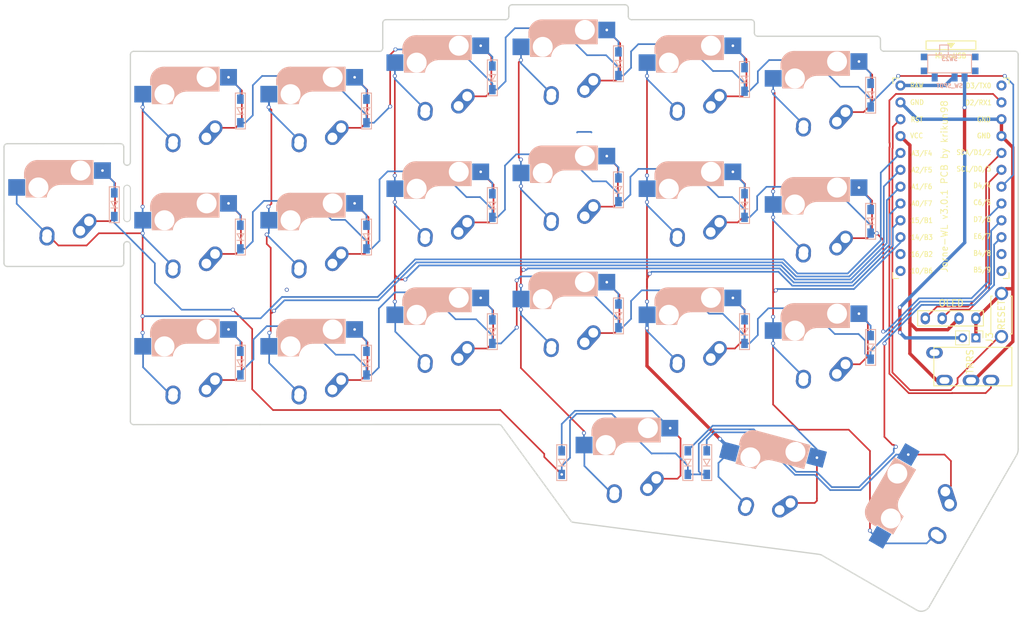
<source format=kicad_pcb>
(kicad_pcb (version 20171130) (host pcbnew "(5.1.10)-1")
  (title_block (title "Corne Cherry") (date 2020-09-28) (rev 3.0.1) (company foostan))
  (layers (0 F.Cu signal) (31 B.Cu signal) (34 B.Paste user) (35 F.Paste user) (36 B.SilkS user hide) (37 F.SilkS user) (38 B.Mask user hide) (39 F.Mask user hide) (44 Edge.Cuts user))
  (net 0 "")
  (net 1 row0)
  (net 2 "Net-(D1-Pad2)")
  (net 3 row1)
  (net 4 "Net-(D2-Pad2)")
  (net 5 row2)
  (net 6 "Net-(D3-Pad2)")
  (net 7 row3)
  (net 8 "Net-(D4-Pad2)")
  (net 9 "Net-(D5-Pad2)")
  (net 10 "Net-(D6-Pad2)")
  (net 11 "Net-(D7-Pad2)")
  (net 12 "Net-(D8-Pad2)")
  (net 13 "Net-(D9-Pad2)")
  (net 14 "Net-(D10-Pad2)")
  (net 15 "Net-(D11-Pad2)")
  (net 16 "Net-(D12-Pad2)")
  (net 17 "Net-(D13-Pad2)")
  (net 18 "Net-(D14-Pad2)")
  (net 19 "Net-(D15-Pad2)")
  (net 20 "Net-(D16-Pad2)")
  (net 21 "Net-(D17-Pad2)")
  (net 22 "Net-(D18-Pad2)")
  (net 23 "Net-(D19-Pad2)")
  (net 24 "Net-(D20-Pad2)")
  (net 25 "Net-(D21-Pad2)")
  (net 26 GND)
  (net 27 VCC)
  (net 28 col0)
  (net 29 col1)
  (net 30 col2)
  (net 31 col3)
  (net 32 col4)
  (net 33 col5)
  (net 34 data)
  (net 35 reset)
  (net 36 SCL)
  (net 37 SDA)
  (net 38 "Net-(LED1-Pad2)")
  (net 39 "Net-(LED2-Pad4)")
  (net 40 pow)
  (net 41 "Net-(J3-Pad2)")
  (net 42 "Net-(D22-Pad2)")
  (net 43 "Net-(J1-PadA)")
  (net 44 "Net-(SW23-Pad1)")
  (net 45 "Net-(U1-Pad14)")
  (net 46 "Net-(U1-Pad13)")
  (net 47 "Net-(U1-Pad12)")
  (net 48 "Net-(U1-Pad11)")
  (net 49 LED)
  (module kbd:MX-Alps-HS-1.5U (layer F.Cu) (at 152.67178 90.3036 60)
    (fp_text reference SW21 hide)
    (fp_text value SW_PUSH hide)
    (pad 1 thru_hole circle (at -2.54 5.08 240) (size 2.25 2.25) (drill 1.47) (layers *.Cu B.Mask) (net 33 col5))
    (pad 1 thru_hole oval (at -2.5 4.5 326.1) (size 2.831378 2.25) (drill 1.47 (offset 0.290689 0)) (layers *.Cu B.Mask) (net 33 col5))
    (pad 2 thru_hole circle (at 2.5 4 240) (size 2.25 2.25) (drill 1.47) (layers *.Cu B.Mask) (net 25 "Net-(D21-Pad2)"))
    (pad 2 thru_hole oval (at 3.81 2.54 288.1) (size 4.211556 2.25) (drill 1.47 (offset 0.980778 0)) (layers *.Cu B.Mask) (net 25 "Net-(D21-Pad2)"))
    (pad "" np_thru_hole circle (at 0 0 240) (size 3.9878 3.9878) (drill 3.9878) (layers *.Cu *.Mask))
    (pad "" np_thru_hole circle (at 5.08 0 288.0996) (size 1.75 1.75) (drill 1.75) (layers *.Cu *.Mask))
    (pad "" np_thru_hole circle (at -5.08 0 288.0996) (size 1.75 1.75) (drill 1.75) (layers *.Cu *.Mask))
    (pad "" np_thru_hole circle (at 2.54 -5.08 60) (size 3 3) (drill 3) (layers *.Cu *.Mask))
    (pad "" np_thru_hole circle (at -3.81 -2.54 60) (size 3 3) (drill 3) (layers *.Cu *.Mask))
    (pad 2 smd rect (at 5.842 -5.08 240) (size 2.55 2.5) (layers B.Cu B.Paste B.Mask) (net 25 "Net-(D21-Pad2)"))
    (pad "" np_thru_hole circle (at -5.08 0 60) (size 1.9 1.9) (drill 1.9) (layers *.Cu *.Mask))
    (pad "" np_thru_hole circle (at 5.08 0 60) (size 1.9 1.9) (drill 1.9) (layers *.Cu *.Mask))
    (pad "" np_thru_hole circle (at 0 0 150) (size 4.1 4.1) (drill 4.1) (layers *.Cu *.Mask))
    (pad 1 smd rect (at -7.085 -2.54 240) (size 2.55 2.5) (layers B.Cu B.Paste B.Mask) (net 33 col5))
  )
  (module kbd:MX-Alps-HS-1U (layer F.Cu) (at 80.92178 26.1786)
    (fp_text reference SW3 hide)
    (fp_text value SW_PUSH hide)
    (pad 1 thru_hole oval (at -2.5 4.5 266.1) (size 2.831378 2.25) (drill 1.47 (offset 0.290689 0)) (layers *.Cu B.Mask) (net 30 col2))
    (pad "" np_thru_hole circle (at 0 0 180) (size 3.9878 3.9878) (drill 3.9878) (layers *.Cu *.Mask))
    (pad 2 thru_hole circle (at 2.5 4 180) (size 2.25 2.25) (drill 1.47) (layers *.Cu B.Mask) (net 6 "Net-(D3-Pad2)"))
    (pad "" np_thru_hole circle (at -5.08 0 228.0996) (size 1.75 1.75) (drill 1.75) (layers *.Cu *.Mask))
    (pad "" np_thru_hole circle (at 5.08 0 228.0996) (size 1.75 1.75) (drill 1.75) (layers *.Cu *.Mask))
    (pad 1 thru_hole circle (at -2.54 5.08 180) (size 2.25 2.25) (drill 1.47) (layers *.Cu B.Mask) (net 30 col2))
    (pad 2 thru_hole oval (at 3.81 2.54 228.1) (size 4.211556 2.25) (drill 1.47 (offset 0.980778 0)) (layers *.Cu B.Mask) (net 6 "Net-(D3-Pad2)"))
    (pad "" np_thru_hole circle (at 2.54 -5.08) (size 3 3) (drill 3) (layers *.Cu *.Mask))
    (pad "" np_thru_hole circle (at -3.81 -2.54) (size 3 3) (drill 3) (layers *.Cu *.Mask))
    (pad 2 smd rect (at 5.842 -5.08 180) (size 2.55 2.5) (layers B.Cu B.Paste B.Mask) (net 6 "Net-(D3-Pad2)"))
    (pad "" np_thru_hole circle (at -5.08 0) (size 1.9 1.9) (drill 1.9) (layers *.Cu *.Mask))
    (pad "" np_thru_hole circle (at 5.08 0) (size 1.9 1.9) (drill 1.9) (layers *.Cu *.Mask))
    (pad "" np_thru_hole circle (at 0 0 90) (size 4.1 4.1) (drill 4.1) (layers *.Cu *.Mask))
    (pad 1 smd rect (at -7.085 -2.54 180) (size 2.55 2.5) (layers B.Cu B.Paste B.Mask) (net 30 col2))
  )
  (module kbd:MX-Alps-HS-1U (layer F.Cu) (at 99.92178 42.8036)
    (fp_text reference SW10 hide)
    (fp_text value SW_PUSH hide)
    (pad 1 thru_hole oval (at -2.5 4.5 266.1) (size 2.831378 2.25) (drill 1.47 (offset 0.290689 0)) (layers *.Cu B.Mask) (net 31 col3))
    (pad "" np_thru_hole circle (at 0 0 180) (size 3.9878 3.9878) (drill 3.9878) (layers *.Cu *.Mask))
    (pad 2 thru_hole circle (at 2.5 4 180) (size 2.25 2.25) (drill 1.47) (layers *.Cu B.Mask) (net 14 "Net-(D10-Pad2)"))
    (pad "" np_thru_hole circle (at -5.08 0 228.0996) (size 1.75 1.75) (drill 1.75) (layers *.Cu *.Mask))
    (pad "" np_thru_hole circle (at 5.08 0 228.0996) (size 1.75 1.75) (drill 1.75) (layers *.Cu *.Mask))
    (pad 1 thru_hole circle (at -2.54 5.08 180) (size 2.25 2.25) (drill 1.47) (layers *.Cu B.Mask) (net 31 col3))
    (pad 2 thru_hole oval (at 3.81 2.54 228.1) (size 4.211556 2.25) (drill 1.47 (offset 0.980778 0)) (layers *.Cu B.Mask) (net 14 "Net-(D10-Pad2)"))
    (pad "" np_thru_hole circle (at 2.54 -5.08) (size 3 3) (drill 3) (layers *.Cu *.Mask))
    (pad "" np_thru_hole circle (at -3.81 -2.54) (size 3 3) (drill 3) (layers *.Cu *.Mask))
    (pad 2 smd rect (at 5.842 -5.08 180) (size 2.55 2.5) (layers B.Cu B.Paste B.Mask) (net 14 "Net-(D10-Pad2)"))
    (pad "" np_thru_hole circle (at -5.08 0) (size 1.9 1.9) (drill 1.9) (layers *.Cu *.Mask))
    (pad "" np_thru_hole circle (at 5.08 0) (size 1.9 1.9) (drill 1.9) (layers *.Cu *.Mask))
    (pad "" np_thru_hole circle (at 0 0 90) (size 4.1 4.1) (drill 4.1) (layers *.Cu *.Mask))
    (pad 1 smd rect (at -7.085 -2.54 180) (size 2.55 2.5) (layers B.Cu B.Paste B.Mask) (net 31 col3))
  )
  (module kbd:MX-Alps-HS-1U (layer F.Cu) (at 23.92806 44.98658)
    (fp_text reference SW22 hide)
    (fp_text value SW_PUSH hide)
    (pad 1 thru_hole oval (at -2.5 4.5 266.1) (size 2.831378 2.25) (drill 1.47 (offset 0.290689 0)) (layers *.Cu B.Mask) (net 28 col0))
    (pad "" np_thru_hole circle (at 0 0 180) (size 3.9878 3.9878) (drill 3.9878) (layers *.Cu *.Mask))
    (pad 2 thru_hole circle (at 2.5 4 180) (size 2.25 2.25) (drill 1.47) (layers *.Cu B.Mask) (net 42 "Net-(D22-Pad2)"))
    (pad "" np_thru_hole circle (at -5.08 0 228.0996) (size 1.75 1.75) (drill 1.75) (layers *.Cu *.Mask))
    (pad "" np_thru_hole circle (at 5.08 0 228.0996) (size 1.75 1.75) (drill 1.75) (layers *.Cu *.Mask))
    (pad 1 thru_hole circle (at -2.54 5.08 180) (size 2.25 2.25) (drill 1.47) (layers *.Cu B.Mask) (net 28 col0))
    (pad 2 thru_hole oval (at 3.81 2.54 228.1) (size 4.211556 2.25) (drill 1.47 (offset 0.980778 0)) (layers *.Cu B.Mask) (net 42 "Net-(D22-Pad2)"))
    (pad "" np_thru_hole circle (at 2.54 -5.08) (size 3 3) (drill 3) (layers *.Cu *.Mask))
    (pad "" np_thru_hole circle (at -3.81 -2.54) (size 3 3) (drill 3) (layers *.Cu *.Mask))
    (pad 2 smd rect (at 5.842 -5.08 180) (size 2.55 2.5) (layers B.Cu B.Paste B.Mask) (net 42 "Net-(D22-Pad2)"))
    (pad "" np_thru_hole circle (at -5.08 0) (size 1.9 1.9) (drill 1.9) (layers *.Cu *.Mask))
    (pad "" np_thru_hole circle (at 5.08 0) (size 1.9 1.9) (drill 1.9) (layers *.Cu *.Mask))
    (pad "" np_thru_hole circle (at 0 0 90) (size 4.1 4.1) (drill 4.1) (layers *.Cu *.Mask))
    (pad 1 smd rect (at -7.085 -2.54 180) (size 2.55 2.5) (layers B.Cu B.Paste B.Mask) (net 28 col0))
  )
  (module kbd:MX-Alps-HS-1U (layer F.Cu) (at 80.92178 64.1786)
    (fp_text reference SW15 hide)
    (fp_text value SW_PUSH hide)
    (pad 1 thru_hole oval (at -2.5 4.5 266.1) (size 2.831378 2.25) (drill 1.47 (offset 0.290689 0)) (layers *.Cu B.Mask) (net 30 col2))
    (pad "" np_thru_hole circle (at 0 0 180) (size 3.9878 3.9878) (drill 3.9878) (layers *.Cu *.Mask))
    (pad 2 thru_hole circle (at 2.5 4 180) (size 2.25 2.25) (drill 1.47) (layers *.Cu B.Mask) (net 19 "Net-(D15-Pad2)"))
    (pad "" np_thru_hole circle (at -5.08 0 228.0996) (size 1.75 1.75) (drill 1.75) (layers *.Cu *.Mask))
    (pad "" np_thru_hole circle (at 5.08 0 228.0996) (size 1.75 1.75) (drill 1.75) (layers *.Cu *.Mask))
    (pad 1 thru_hole circle (at -2.54 5.08 180) (size 2.25 2.25) (drill 1.47) (layers *.Cu B.Mask) (net 30 col2))
    (pad 2 thru_hole oval (at 3.81 2.54 228.1) (size 4.211556 2.25) (drill 1.47 (offset 0.980778 0)) (layers *.Cu B.Mask) (net 19 "Net-(D15-Pad2)"))
    (pad "" np_thru_hole circle (at 2.54 -5.08) (size 3 3) (drill 3) (layers *.Cu *.Mask))
    (pad "" np_thru_hole circle (at -3.81 -2.54) (size 3 3) (drill 3) (layers *.Cu *.Mask))
    (pad 2 smd rect (at 5.842 -5.08 180) (size 2.55 2.5) (layers B.Cu B.Paste B.Mask) (net 19 "Net-(D15-Pad2)"))
    (pad "" np_thru_hole circle (at -5.08 0) (size 1.9 1.9) (drill 1.9) (layers *.Cu *.Mask))
    (pad "" np_thru_hole circle (at 5.08 0) (size 1.9 1.9) (drill 1.9) (layers *.Cu *.Mask))
    (pad "" np_thru_hole circle (at 0 0 90) (size 4.1 4.1) (drill 4.1) (layers *.Cu *.Mask))
    (pad 1 smd rect (at -7.085 -2.54 180) (size 2.55 2.5) (layers B.Cu B.Paste B.Mask) (net 30 col2))
  )
  (module kbd:D3_SMD_v2 (layer B.Cu) (at 31.55274 45.05006 90)
    (fp_text reference D22 hide)
    (fp_text value D hide)
    (pad 2 smd rect (at 1.775 0 90) (size 1.4 1) (layers B.Cu B.Paste B.Mask) (net 42 "Net-(D22-Pad2)"))
    (pad 1 smd rect (at -1.775 0 90) (size 1.4 1) (layers B.Cu B.Paste B.Mask) (net 7 row3))
  )
  (module kbd:MX-Alps-HS-1U (layer F.Cu) (at 61.92178 30.9286)
    (fp_text reference SW2 hide)
    (fp_text value SW_PUSH hide)
    (pad 1 thru_hole oval (at -2.5 4.5 266.1) (size 2.831378 2.25) (drill 1.47 (offset 0.290689 0)) (layers *.Cu B.Mask) (net 29 col1))
    (pad "" np_thru_hole circle (at 0 0 180) (size 3.9878 3.9878) (drill 3.9878) (layers *.Cu *.Mask))
    (pad 2 thru_hole circle (at 2.5 4 180) (size 2.25 2.25) (drill 1.47) (layers *.Cu B.Mask) (net 4 "Net-(D2-Pad2)"))
    (pad "" np_thru_hole circle (at -5.08 0 228.0996) (size 1.75 1.75) (drill 1.75) (layers *.Cu *.Mask))
    (pad "" np_thru_hole circle (at 5.08 0 228.0996) (size 1.75 1.75) (drill 1.75) (layers *.Cu *.Mask))
    (pad 1 thru_hole circle (at -2.54 5.08 180) (size 2.25 2.25) (drill 1.47) (layers *.Cu B.Mask) (net 29 col1))
    (pad 2 thru_hole oval (at 3.81 2.54 228.1) (size 4.211556 2.25) (drill 1.47 (offset 0.980778 0)) (layers *.Cu B.Mask) (net 4 "Net-(D2-Pad2)"))
    (pad "" np_thru_hole circle (at 2.54 -5.08) (size 3 3) (drill 3) (layers *.Cu *.Mask))
    (pad "" np_thru_hole circle (at -3.81 -2.54) (size 3 3) (drill 3) (layers *.Cu *.Mask))
    (pad 2 smd rect (at 5.842 -5.08 180) (size 2.55 2.5) (layers B.Cu B.Paste B.Mask) (net 4 "Net-(D2-Pad2)"))
    (pad "" np_thru_hole circle (at -5.08 0) (size 1.9 1.9) (drill 1.9) (layers *.Cu *.Mask))
    (pad "" np_thru_hole circle (at 5.08 0) (size 1.9 1.9) (drill 1.9) (layers *.Cu *.Mask))
    (pad "" np_thru_hole circle (at 0 0 90) (size 4.1 4.1) (drill 4.1) (layers *.Cu *.Mask))
    (pad 1 smd rect (at -7.085 -2.54 180) (size 2.55 2.5) (layers B.Cu B.Paste B.Mask) (net 29 col1))
  )
  (module kbd:MX-Alps-HS-1U (layer F.Cu) (at 42.92178 68.9286)
    (fp_text reference SW13 hide)
    (fp_text value SW_PUSH hide)
    (pad 1 thru_hole oval (at -2.5 4.5 266.1) (size 2.831378 2.25) (drill 1.47 (offset 0.290689 0)) (layers *.Cu B.Mask) (net 28 col0))
    (pad "" np_thru_hole circle (at 0 0 180) (size 3.9878 3.9878) (drill 3.9878) (layers *.Cu *.Mask))
    (pad 2 thru_hole circle (at 2.5 4 180) (size 2.25 2.25) (drill 1.47) (layers *.Cu B.Mask) (net 17 "Net-(D13-Pad2)"))
    (pad "" np_thru_hole circle (at -5.08 0 228.0996) (size 1.75 1.75) (drill 1.75) (layers *.Cu *.Mask))
    (pad "" np_thru_hole circle (at 5.08 0 228.0996) (size 1.75 1.75) (drill 1.75) (layers *.Cu *.Mask))
    (pad 1 thru_hole circle (at -2.54 5.08 180) (size 2.25 2.25) (drill 1.47) (layers *.Cu B.Mask) (net 28 col0))
    (pad 2 thru_hole oval (at 3.81 2.54 228.1) (size 4.211556 2.25) (drill 1.47 (offset 0.980778 0)) (layers *.Cu B.Mask) (net 17 "Net-(D13-Pad2)"))
    (pad "" np_thru_hole circle (at 2.54 -5.08) (size 3 3) (drill 3) (layers *.Cu *.Mask))
    (pad "" np_thru_hole circle (at -3.81 -2.54) (size 3 3) (drill 3) (layers *.Cu *.Mask))
    (pad 2 smd rect (at 5.842 -5.08 180) (size 2.55 2.5) (layers B.Cu B.Paste B.Mask) (net 17 "Net-(D13-Pad2)"))
    (pad "" np_thru_hole circle (at -5.08 0) (size 1.9 1.9) (drill 1.9) (layers *.Cu *.Mask))
    (pad "" np_thru_hole circle (at 5.08 0) (size 1.9 1.9) (drill 1.9) (layers *.Cu *.Mask))
    (pad "" np_thru_hole circle (at 0 0 90) (size 4.1 4.1) (drill 4.1) (layers *.Cu *.Mask))
    (pad 1 smd rect (at -7.085 -2.54 180) (size 2.55 2.5) (layers B.Cu B.Paste B.Mask) (net 28 col0))
  )
  (module kbd:M2_HOLE_v2 (layer F.Cu) (at 52.42178 40.4286)
    (fp_text reference Ref** hide)
    (fp_text value Val** hide)
    (pad "" np_thru_hole circle (at 0 0) (size 4.3 4.3) (drill 4.3) (layers *.Cu *.Mask))
  )
  (module kbd:M2_HOLE_v2 (layer F.Cu) (at 128.38978 36.9141)
    (fp_text reference Ref** hide)
    (fp_text value Val** hide)
    (pad "" np_thru_hole circle (at 0 0) (size 4.3 4.3) (drill 4.3) (layers *.Cu *.Mask))
  )
  (module kbd:M2_HOLE_v2 (layer F.Cu) (at 95.57878 76.6691)
    (fp_text reference Ref** hide)
    (fp_text value Val** hide)
    (pad "" np_thru_hole circle (at 0 0) (size 4.3 4.3) (drill 4.3) (layers *.Cu *.Mask))
  )
  (module kbd:M2_HOLE_v2 (layer F.Cu) (at 142.14478 84.2836)
    (fp_text reference Ref** hide)
    (fp_text value Val** hide)
    (pad "" np_thru_hole circle (at 0 0) (size 4.3 4.3) (drill 4.3) (layers *.Cu *.Mask))
  )
  (module kbd:M2_HOLE_v2 (layer F.Cu) (at 50.33378 49.2881)
    (fp_text reference Ref** hide)
    (fp_text value Val** hide)
    (pad "" np_thru_hole circle (at 2.088 10.1405) (size 4.3 4.3) (drill 4.3) (layers *.Cu *.Mask))
  )
  (module kbd:M2_HOLE_v2 (layer F.Cu) (at 150.68378 69.4026)
    (fp_text reference Ref** hide)
    (fp_text value Val** hide)
    (pad "" np_thru_hole circle (at 0 0) (size 2.2 2.2) (drill 2.2) (layers *.Cu *.Mask))
  )
  (module kbd:M2_HOLE_v2 (layer F.Cu) (at 165.11578 77.9236)
    (fp_text reference Ref** hide)
    (fp_text value Val** hide)
    (pad "" np_thru_hole circle (at 0 0) (size 2.2 2.2) (drill 2.2) (layers *.Cu *.Mask))
  )
  (module kbd:MX-Alps-HS-1U (layer F.Cu) (at 137.92178 66.5536)
    (fp_text reference SW18 hide)
    (fp_text value SW_PUSH hide)
    (pad 1 thru_hole oval (at -2.5 4.5 266.1) (size 2.831378 2.25) (drill 1.47 (offset 0.290689 0)) (layers *.Cu B.Mask) (net 33 col5))
    (pad "" np_thru_hole circle (at 0 0 180) (size 3.9878 3.9878) (drill 3.9878) (layers *.Cu *.Mask))
    (pad 2 thru_hole circle (at 2.5 4 180) (size 2.25 2.25) (drill 1.47) (layers *.Cu B.Mask) (net 22 "Net-(D18-Pad2)"))
    (pad "" np_thru_hole circle (at -5.08 0 228.0996) (size 1.75 1.75) (drill 1.75) (layers *.Cu *.Mask))
    (pad "" np_thru_hole circle (at 5.08 0 228.0996) (size 1.75 1.75) (drill 1.75) (layers *.Cu *.Mask))
    (pad 1 thru_hole circle (at -2.54 5.08 180) (size 2.25 2.25) (drill 1.47) (layers *.Cu B.Mask) (net 33 col5))
    (pad 2 thru_hole oval (at 3.81 2.54 228.1) (size 4.211556 2.25) (drill 1.47 (offset 0.980778 0)) (layers *.Cu B.Mask) (net 22 "Net-(D18-Pad2)"))
    (pad "" np_thru_hole circle (at 2.54 -5.08) (size 3 3) (drill 3) (layers *.Cu *.Mask))
    (pad "" np_thru_hole circle (at -3.81 -2.54) (size 3 3) (drill 3) (layers *.Cu *.Mask))
    (pad 2 smd rect (at 5.842 -5.08 180) (size 2.55 2.5) (layers B.Cu B.Paste B.Mask) (net 22 "Net-(D18-Pad2)"))
    (pad "" np_thru_hole circle (at -5.08 0) (size 1.9 1.9) (drill 1.9) (layers *.Cu *.Mask))
    (pad "" np_thru_hole circle (at 5.08 0) (size 1.9 1.9) (drill 1.9) (layers *.Cu *.Mask))
    (pad "" np_thru_hole circle (at 0 0 90) (size 4.1 4.1) (drill 4.1) (layers *.Cu *.Mask))
    (pad 1 smd rect (at -7.085 -2.54 180) (size 2.55 2.5) (layers B.Cu B.Paste B.Mask) (net 33 col5))
  )
  (module kbd:MX-Alps-HS-1U (layer F.Cu) (at 61.92178 68.9286)
    (fp_text reference SW14 hide)
    (fp_text value SW_PUSH hide)
    (pad 1 thru_hole oval (at -2.5 4.5 266.1) (size 2.831378 2.25) (drill 1.47 (offset 0.290689 0)) (layers *.Cu B.Mask) (net 29 col1))
    (pad "" np_thru_hole circle (at 0 0 180) (size 3.9878 3.9878) (drill 3.9878) (layers *.Cu *.Mask))
    (pad 2 thru_hole circle (at 2.5 4 180) (size 2.25 2.25) (drill 1.47) (layers *.Cu B.Mask) (net 18 "Net-(D14-Pad2)"))
    (pad "" np_thru_hole circle (at -5.08 0 228.0996) (size 1.75 1.75) (drill 1.75) (layers *.Cu *.Mask))
    (pad "" np_thru_hole circle (at 5.08 0 228.0996) (size 1.75 1.75) (drill 1.75) (layers *.Cu *.Mask))
    (pad 1 thru_hole circle (at -2.54 5.08 180) (size 2.25 2.25) (drill 1.47) (layers *.Cu B.Mask) (net 29 col1))
    (pad 2 thru_hole oval (at 3.81 2.54 228.1) (size 4.211556 2.25) (drill 1.47 (offset 0.980778 0)) (layers *.Cu B.Mask) (net 18 "Net-(D14-Pad2)"))
    (pad "" np_thru_hole circle (at 2.54 -5.08) (size 3 3) (drill 3) (layers *.Cu *.Mask))
    (pad "" np_thru_hole circle (at -3.81 -2.54) (size 3 3) (drill 3) (layers *.Cu *.Mask))
    (pad 2 smd rect (at 5.842 -5.08 180) (size 2.55 2.5) (layers B.Cu B.Paste B.Mask) (net 18 "Net-(D14-Pad2)"))
    (pad "" np_thru_hole circle (at -5.08 0) (size 1.9 1.9) (drill 1.9) (layers *.Cu *.Mask))
    (pad "" np_thru_hole circle (at 5.08 0) (size 1.9 1.9) (drill 1.9) (layers *.Cu *.Mask))
    (pad "" np_thru_hole circle (at 0 0 90) (size 4.1 4.1) (drill 4.1) (layers *.Cu *.Mask))
    (pad 1 smd rect (at -7.085 -2.54 180) (size 2.55 2.5) (layers B.Cu B.Paste B.Mask) (net 29 col1))
  )
  (module kbd:MX-Alps-HS-1U (layer F.Cu) (at 61.92178 49.9286)
    (fp_text reference SW8 hide)
    (fp_text value SW_PUSH hide)
    (pad 1 thru_hole oval (at -2.5 4.5 266.1) (size 2.831378 2.25) (drill 1.47 (offset 0.290689 0)) (layers *.Cu B.Mask) (net 29 col1))
    (pad "" np_thru_hole circle (at 0 0 180) (size 3.9878 3.9878) (drill 3.9878) (layers *.Cu *.Mask))
    (pad 2 thru_hole circle (at 2.5 4 180) (size 2.25 2.25) (drill 1.47) (layers *.Cu B.Mask) (net 12 "Net-(D8-Pad2)"))
    (pad "" np_thru_hole circle (at -5.08 0 228.0996) (size 1.75 1.75) (drill 1.75) (layers *.Cu *.Mask))
    (pad "" np_thru_hole circle (at 5.08 0 228.0996) (size 1.75 1.75) (drill 1.75) (layers *.Cu *.Mask))
    (pad 1 thru_hole circle (at -2.54 5.08 180) (size 2.25 2.25) (drill 1.47) (layers *.Cu B.Mask) (net 29 col1))
    (pad 2 thru_hole oval (at 3.81 2.54 228.1) (size 4.211556 2.25) (drill 1.47 (offset 0.980778 0)) (layers *.Cu B.Mask) (net 12 "Net-(D8-Pad2)"))
    (pad "" np_thru_hole circle (at 2.54 -5.08) (size 3 3) (drill 3) (layers *.Cu *.Mask))
    (pad "" np_thru_hole circle (at -3.81 -2.54) (size 3 3) (drill 3) (layers *.Cu *.Mask))
    (pad 2 smd rect (at 5.842 -5.08 180) (size 2.55 2.5) (layers B.Cu B.Paste B.Mask) (net 12 "Net-(D8-Pad2)"))
    (pad "" np_thru_hole circle (at -5.08 0) (size 1.9 1.9) (drill 1.9) (layers *.Cu *.Mask))
    (pad "" np_thru_hole circle (at 5.08 0) (size 1.9 1.9) (drill 1.9) (layers *.Cu *.Mask))
    (pad "" np_thru_hole circle (at 0 0 90) (size 4.1 4.1) (drill 4.1) (layers *.Cu *.Mask))
    (pad 1 smd rect (at -7.085 -2.54 180) (size 2.55 2.5) (layers B.Cu B.Paste B.Mask) (net 29 col1))
  )
  (module kbd:MX-Alps-HS-1U (layer F.Cu) (at 80.92178 45.1786)
    (fp_text reference SW9 hide)
    (fp_text value SW_PUSH hide)
    (pad 1 thru_hole oval (at -2.5 4.5 266.1) (size 2.831378 2.25) (drill 1.47 (offset 0.290689 0)) (layers *.Cu B.Mask) (net 30 col2))
    (pad "" np_thru_hole circle (at 0 0 180) (size 3.9878 3.9878) (drill 3.9878) (layers *.Cu *.Mask))
    (pad 2 thru_hole circle (at 2.5 4 180) (size 2.25 2.25) (drill 1.47) (layers *.Cu B.Mask) (net 13 "Net-(D9-Pad2)"))
    (pad "" np_thru_hole circle (at -5.08 0 228.0996) (size 1.75 1.75) (drill 1.75) (layers *.Cu *.Mask))
    (pad "" np_thru_hole circle (at 5.08 0 228.0996) (size 1.75 1.75) (drill 1.75) (layers *.Cu *.Mask))
    (pad 1 thru_hole circle (at -2.54 5.08 180) (size 2.25 2.25) (drill 1.47) (layers *.Cu B.Mask) (net 30 col2))
    (pad 2 thru_hole oval (at 3.81 2.54 228.1) (size 4.211556 2.25) (drill 1.47 (offset 0.980778 0)) (layers *.Cu B.Mask) (net 13 "Net-(D9-Pad2)"))
    (pad "" np_thru_hole circle (at 2.54 -5.08) (size 3 3) (drill 3) (layers *.Cu *.Mask))
    (pad "" np_thru_hole circle (at -3.81 -2.54) (size 3 3) (drill 3) (layers *.Cu *.Mask))
    (pad 2 smd rect (at 5.842 -5.08 180) (size 2.55 2.5) (layers B.Cu B.Paste B.Mask) (net 13 "Net-(D9-Pad2)"))
    (pad "" np_thru_hole circle (at -5.08 0) (size 1.9 1.9) (drill 1.9) (layers *.Cu *.Mask))
    (pad "" np_thru_hole circle (at 5.08 0) (size 1.9 1.9) (drill 1.9) (layers *.Cu *.Mask))
    (pad "" np_thru_hole circle (at 0 0 90) (size 4.1 4.1) (drill 4.1) (layers *.Cu *.Mask))
    (pad 1 smd rect (at -7.085 -2.54 180) (size 2.55 2.5) (layers B.Cu B.Paste B.Mask) (net 30 col2))
  )
  (module kbd:MX-Alps-HS-1U (layer F.Cu) (at 137.92178 28.5536)
    (fp_text reference SW6 hide)
    (fp_text value SW_PUSH hide)
    (pad 1 thru_hole oval (at -2.5 4.5 266.1) (size 2.831378 2.25) (drill 1.47 (offset 0.290689 0)) (layers *.Cu B.Mask) (net 33 col5))
    (pad "" np_thru_hole circle (at 0 0 180) (size 3.9878 3.9878) (drill 3.9878) (layers *.Cu *.Mask))
    (pad 2 thru_hole circle (at 2.5 4 180) (size 2.25 2.25) (drill 1.47) (layers *.Cu B.Mask) (net 10 "Net-(D6-Pad2)"))
    (pad "" np_thru_hole circle (at -5.08 0 228.0996) (size 1.75 1.75) (drill 1.75) (layers *.Cu *.Mask))
    (pad "" np_thru_hole circle (at 5.08 0 228.0996) (size 1.75 1.75) (drill 1.75) (layers *.Cu *.Mask))
    (pad 1 thru_hole circle (at -2.54 5.08 180) (size 2.25 2.25) (drill 1.47) (layers *.Cu B.Mask) (net 33 col5))
    (pad 2 thru_hole oval (at 3.81 2.54 228.1) (size 4.211556 2.25) (drill 1.47 (offset 0.980778 0)) (layers *.Cu B.Mask) (net 10 "Net-(D6-Pad2)"))
    (pad "" np_thru_hole circle (at 2.54 -5.08) (size 3 3) (drill 3) (layers *.Cu *.Mask))
    (pad "" np_thru_hole circle (at -3.81 -2.54) (size 3 3) (drill 3) (layers *.Cu *.Mask))
    (pad 2 smd rect (at 5.842 -5.08 180) (size 2.55 2.5) (layers B.Cu B.Paste B.Mask) (net 10 "Net-(D6-Pad2)"))
    (pad "" np_thru_hole circle (at -5.08 0) (size 1.9 1.9) (drill 1.9) (layers *.Cu *.Mask))
    (pad "" np_thru_hole circle (at 5.08 0) (size 1.9 1.9) (drill 1.9) (layers *.Cu *.Mask))
    (pad "" np_thru_hole circle (at 0 0 90) (size 4.1 4.1) (drill 4.1) (layers *.Cu *.Mask))
    (pad 1 smd rect (at -7.085 -2.54 180) (size 2.55 2.5) (layers B.Cu B.Paste B.Mask) (net 33 col5))
  )
  (module kbd:MX-Alps-HS-1U (layer F.Cu) (at 118.92178 26.1786)
    (fp_text reference SW5 hide)
    (fp_text value SW_PUSH hide)
    (pad 1 thru_hole oval (at -2.5 4.5 266.1) (size 2.831378 2.25) (drill 1.47 (offset 0.290689 0)) (layers *.Cu B.Mask) (net 32 col4))
    (pad "" np_thru_hole circle (at 0 0 180) (size 3.9878 3.9878) (drill 3.9878) (layers *.Cu *.Mask))
    (pad 2 thru_hole circle (at 2.5 4 180) (size 2.25 2.25) (drill 1.47) (layers *.Cu B.Mask) (net 9 "Net-(D5-Pad2)"))
    (pad "" np_thru_hole circle (at -5.08 0 228.0996) (size 1.75 1.75) (drill 1.75) (layers *.Cu *.Mask))
    (pad "" np_thru_hole circle (at 5.08 0 228.0996) (size 1.75 1.75) (drill 1.75) (layers *.Cu *.Mask))
    (pad 1 thru_hole circle (at -2.54 5.08 180) (size 2.25 2.25) (drill 1.47) (layers *.Cu B.Mask) (net 32 col4))
    (pad 2 thru_hole oval (at 3.81 2.54 228.1) (size 4.211556 2.25) (drill 1.47 (offset 0.980778 0)) (layers *.Cu B.Mask) (net 9 "Net-(D5-Pad2)"))
    (pad "" np_thru_hole circle (at 2.54 -5.08) (size 3 3) (drill 3) (layers *.Cu *.Mask))
    (pad "" np_thru_hole circle (at -3.81 -2.54) (size 3 3) (drill 3) (layers *.Cu *.Mask))
    (pad 2 smd rect (at 5.842 -5.08 180) (size 2.55 2.5) (layers B.Cu B.Paste B.Mask) (net 9 "Net-(D5-Pad2)"))
    (pad "" np_thru_hole circle (at -5.08 0) (size 1.9 1.9) (drill 1.9) (layers *.Cu *.Mask))
    (pad "" np_thru_hole circle (at 5.08 0) (size 1.9 1.9) (drill 1.9) (layers *.Cu *.Mask))
    (pad "" np_thru_hole circle (at 0 0 90) (size 4.1 4.1) (drill 4.1) (layers *.Cu *.Mask))
    (pad 1 smd rect (at -7.085 -2.54 180) (size 2.55 2.5) (layers B.Cu B.Paste B.Mask) (net 32 col4))
  )
  (module kbd:MX-Alps-HS-1U (layer F.Cu) (at 137.92178 47.5536)
    (fp_text reference SW12 hide)
    (fp_text value SW_PUSH hide)
    (pad 1 thru_hole oval (at -2.5 4.5 266.1) (size 2.831378 2.25) (drill 1.47 (offset 0.290689 0)) (layers *.Cu B.Mask) (net 33 col5))
    (pad "" np_thru_hole circle (at 0 0 180) (size 3.9878 3.9878) (drill 3.9878) (layers *.Cu *.Mask))
    (pad 2 thru_hole circle (at 2.5 4 180) (size 2.25 2.25) (drill 1.47) (layers *.Cu B.Mask) (net 16 "Net-(D12-Pad2)"))
    (pad "" np_thru_hole circle (at -5.08 0 228.0996) (size 1.75 1.75) (drill 1.75) (layers *.Cu *.Mask))
    (pad "" np_thru_hole circle (at 5.08 0 228.0996) (size 1.75 1.75) (drill 1.75) (layers *.Cu *.Mask))
    (pad 1 thru_hole circle (at -2.54 5.08 180) (size 2.25 2.25) (drill 1.47) (layers *.Cu B.Mask) (net 33 col5))
    (pad 2 thru_hole oval (at 3.81 2.54 228.1) (size 4.211556 2.25) (drill 1.47 (offset 0.980778 0)) (layers *.Cu B.Mask) (net 16 "Net-(D12-Pad2)"))
    (pad "" np_thru_hole circle (at 2.54 -5.08) (size 3 3) (drill 3) (layers *.Cu *.Mask))
    (pad "" np_thru_hole circle (at -3.81 -2.54) (size 3 3) (drill 3) (layers *.Cu *.Mask))
    (pad 2 smd rect (at 5.842 -5.08 180) (size 2.55 2.5) (layers B.Cu B.Paste B.Mask) (net 16 "Net-(D12-Pad2)"))
    (pad "" np_thru_hole circle (at -5.08 0) (size 1.9 1.9) (drill 1.9) (layers *.Cu *.Mask))
    (pad "" np_thru_hole circle (at 5.08 0) (size 1.9 1.9) (drill 1.9) (layers *.Cu *.Mask))
    (pad "" np_thru_hole circle (at 0 0 90) (size 4.1 4.1) (drill 4.1) (layers *.Cu *.Mask))
    (pad 1 smd rect (at -7.085 -2.54 180) (size 2.55 2.5) (layers B.Cu B.Paste B.Mask) (net 33 col5))
  )
  (module kbd:MX-Alps-HS-1U (layer F.Cu) (at 99.92178 23.8036)
    (fp_text reference SW4 hide)
    (fp_text value SW_PUSH hide)
    (pad 1 thru_hole oval (at -2.5 4.5 266.1) (size 2.831378 2.25) (drill 1.47 (offset 0.290689 0)) (layers *.Cu B.Mask) (net 31 col3))
    (pad "" np_thru_hole circle (at 0 0 180) (size 3.9878 3.9878) (drill 3.9878) (layers *.Cu *.Mask))
    (pad 2 thru_hole circle (at 2.5 4 180) (size 2.25 2.25) (drill 1.47) (layers *.Cu B.Mask) (net 8 "Net-(D4-Pad2)"))
    (pad "" np_thru_hole circle (at -5.08 0 228.0996) (size 1.75 1.75) (drill 1.75) (layers *.Cu *.Mask))
    (pad "" np_thru_hole circle (at 5.08 0 228.0996) (size 1.75 1.75) (drill 1.75) (layers *.Cu *.Mask))
    (pad 1 thru_hole circle (at -2.54 5.08 180) (size 2.25 2.25) (drill 1.47) (layers *.Cu B.Mask) (net 31 col3))
    (pad 2 thru_hole oval (at 3.81 2.54 228.1) (size 4.211556 2.25) (drill 1.47 (offset 0.980778 0)) (layers *.Cu B.Mask) (net 8 "Net-(D4-Pad2)"))
    (pad "" np_thru_hole circle (at 2.54 -5.08) (size 3 3) (drill 3) (layers *.Cu *.Mask))
    (pad "" np_thru_hole circle (at -3.81 -2.54) (size 3 3) (drill 3) (layers *.Cu *.Mask))
    (pad 2 smd rect (at 5.842 -5.08 180) (size 2.55 2.5) (layers B.Cu B.Paste B.Mask) (net 8 "Net-(D4-Pad2)"))
    (pad "" np_thru_hole circle (at -5.08 0) (size 1.9 1.9) (drill 1.9) (layers *.Cu *.Mask))
    (pad "" np_thru_hole circle (at 5.08 0) (size 1.9 1.9) (drill 1.9) (layers *.Cu *.Mask))
    (pad "" np_thru_hole circle (at 0 0 90) (size 4.1 4.1) (drill 4.1) (layers *.Cu *.Mask))
    (pad 1 smd rect (at -7.085 -2.54 180) (size 2.55 2.5) (layers B.Cu B.Paste B.Mask) (net 31 col3))
  )
  (module kbd:MX-Alps-HS-1U (layer F.Cu) (at 42.92178 49.9286)
    (fp_text reference SW7 hide)
    (fp_text value SW_PUSH hide)
    (pad 1 thru_hole oval (at -2.5 4.5 266.1) (size 2.831378 2.25) (drill 1.47 (offset 0.290689 0)) (layers *.Cu B.Mask) (net 28 col0))
    (pad "" np_thru_hole circle (at 0 0 180) (size 3.9878 3.9878) (drill 3.9878) (layers *.Cu *.Mask))
    (pad 2 thru_hole circle (at 2.5 4 180) (size 2.25 2.25) (drill 1.47) (layers *.Cu B.Mask) (net 11 "Net-(D7-Pad2)"))
    (pad "" np_thru_hole circle (at -5.08 0 228.0996) (size 1.75 1.75) (drill 1.75) (layers *.Cu *.Mask))
    (pad "" np_thru_hole circle (at 5.08 0 228.0996) (size 1.75 1.75) (drill 1.75) (layers *.Cu *.Mask))
    (pad 1 thru_hole circle (at -2.54 5.08 180) (size 2.25 2.25) (drill 1.47) (layers *.Cu B.Mask) (net 28 col0))
    (pad 2 thru_hole oval (at 3.81 2.54 228.1) (size 4.211556 2.25) (drill 1.47 (offset 0.980778 0)) (layers *.Cu B.Mask) (net 11 "Net-(D7-Pad2)"))
    (pad "" np_thru_hole circle (at 2.54 -5.08) (size 3 3) (drill 3) (layers *.Cu *.Mask))
    (pad "" np_thru_hole circle (at -3.81 -2.54) (size 3 3) (drill 3) (layers *.Cu *.Mask))
    (pad 2 smd rect (at 5.842 -5.08 180) (size 2.55 2.5) (layers B.Cu B.Paste B.Mask) (net 11 "Net-(D7-Pad2)"))
    (pad "" np_thru_hole circle (at -5.08 0) (size 1.9 1.9) (drill 1.9) (layers *.Cu *.Mask))
    (pad "" np_thru_hole circle (at 5.08 0) (size 1.9 1.9) (drill 1.9) (layers *.Cu *.Mask))
    (pad "" np_thru_hole circle (at 0 0 90) (size 4.1 4.1) (drill 4.1) (layers *.Cu *.Mask))
    (pad 1 smd rect (at -7.085 -2.54 180) (size 2.55 2.5) (layers B.Cu B.Paste B.Mask) (net 28 col0))
  )
  (module kbd:MX-Alps-HS-1U (layer F.Cu) (at 42.92178 30.9286)
    (fp_text reference SW1 hide)
    (fp_text value SW_PUSH hide)
    (pad 1 thru_hole oval (at -2.5 4.5 266.1) (size 2.831378 2.25) (drill 1.47 (offset 0.290689 0)) (layers *.Cu B.Mask) (net 28 col0))
    (pad "" np_thru_hole circle (at 0 0 180) (size 3.9878 3.9878) (drill 3.9878) (layers *.Cu *.Mask))
    (pad 2 thru_hole circle (at 2.5 4 180) (size 2.25 2.25) (drill 1.47) (layers *.Cu B.Mask) (net 2 "Net-(D1-Pad2)"))
    (pad "" np_thru_hole circle (at -5.08 0 228.0996) (size 1.75 1.75) (drill 1.75) (layers *.Cu *.Mask))
    (pad "" np_thru_hole circle (at 5.08 0 228.0996) (size 1.75 1.75) (drill 1.75) (layers *.Cu *.Mask))
    (pad 1 thru_hole circle (at -2.54 5.08 180) (size 2.25 2.25) (drill 1.47) (layers *.Cu B.Mask) (net 28 col0))
    (pad 2 thru_hole oval (at 3.81 2.54 228.1) (size 4.211556 2.25) (drill 1.47 (offset 0.980778 0)) (layers *.Cu B.Mask) (net 2 "Net-(D1-Pad2)"))
    (pad "" np_thru_hole circle (at 2.54 -5.08) (size 3 3) (drill 3) (layers *.Cu *.Mask))
    (pad "" np_thru_hole circle (at -3.81 -2.54) (size 3 3) (drill 3) (layers *.Cu *.Mask))
    (pad 2 smd rect (at 5.842 -5.08 180) (size 2.55 2.5) (layers B.Cu B.Paste B.Mask) (net 2 "Net-(D1-Pad2)"))
    (pad "" np_thru_hole circle (at -5.08 0) (size 1.9 1.9) (drill 1.9) (layers *.Cu *.Mask))
    (pad "" np_thru_hole circle (at 5.08 0) (size 1.9 1.9) (drill 1.9) (layers *.Cu *.Mask))
    (pad "" np_thru_hole circle (at 0 0 90) (size 4.1 4.1) (drill 4.1) (layers *.Cu *.Mask))
    (pad 1 smd rect (at -7.085 -2.54 180) (size 2.55 2.5) (layers B.Cu B.Paste B.Mask) (net 28 col0))
  )
  (module kbd:MX-Alps-HS-1U (layer F.Cu) (at 118.92178 45.1786)
    (fp_text reference SW11 hide)
    (fp_text value SW_PUSH hide)
    (pad 1 thru_hole oval (at -2.5 4.5 266.1) (size 2.831378 2.25) (drill 1.47 (offset 0.290689 0)) (layers *.Cu B.Mask) (net 32 col4))
    (pad "" np_thru_hole circle (at 0 0 180) (size 3.9878 3.9878) (drill 3.9878) (layers *.Cu *.Mask))
    (pad 2 thru_hole circle (at 2.5 4 180) (size 2.25 2.25) (drill 1.47) (layers *.Cu B.Mask) (net 15 "Net-(D11-Pad2)"))
    (pad "" np_thru_hole circle (at -5.08 0 228.0996) (size 1.75 1.75) (drill 1.75) (layers *.Cu *.Mask))
    (pad "" np_thru_hole circle (at 5.08 0 228.0996) (size 1.75 1.75) (drill 1.75) (layers *.Cu *.Mask))
    (pad 1 thru_hole circle (at -2.54 5.08 180) (size 2.25 2.25) (drill 1.47) (layers *.Cu B.Mask) (net 32 col4))
    (pad 2 thru_hole oval (at 3.81 2.54 228.1) (size 4.211556 2.25) (drill 1.47 (offset 0.980778 0)) (layers *.Cu B.Mask) (net 15 "Net-(D11-Pad2)"))
    (pad "" np_thru_hole circle (at 2.54 -5.08) (size 3 3) (drill 3) (layers *.Cu *.Mask))
    (pad "" np_thru_hole circle (at -3.81 -2.54) (size 3 3) (drill 3) (layers *.Cu *.Mask))
    (pad 2 smd rect (at 5.842 -5.08 180) (size 2.55 2.5) (layers B.Cu B.Paste B.Mask) (net 15 "Net-(D11-Pad2)"))
    (pad "" np_thru_hole circle (at -5.08 0) (size 1.9 1.9) (drill 1.9) (layers *.Cu *.Mask))
    (pad "" np_thru_hole circle (at 5.08 0) (size 1.9 1.9) (drill 1.9) (layers *.Cu *.Mask))
    (pad "" np_thru_hole circle (at 0 0 90) (size 4.1 4.1) (drill 4.1) (layers *.Cu *.Mask))
    (pad 1 smd rect (at -7.085 -2.54 180) (size 2.55 2.5) (layers B.Cu B.Paste B.Mask) (net 32 col4))
  )
  (module kbd:MX-Alps-HS-1U (layer F.Cu) (at 99.92178 61.8036)
    (fp_text reference SW16 hide)
    (fp_text value SW_PUSH hide)
    (pad 1 thru_hole oval (at -2.5 4.5 266.1) (size 2.831378 2.25) (drill 1.47 (offset 0.290689 0)) (layers *.Cu B.Mask) (net 31 col3))
    (pad "" np_thru_hole circle (at 0 0 180) (size 3.9878 3.9878) (drill 3.9878) (layers *.Cu *.Mask))
    (pad 2 thru_hole circle (at 2.5 4 180) (size 2.25 2.25) (drill 1.47) (layers *.Cu B.Mask) (net 20 "Net-(D16-Pad2)"))
    (pad "" np_thru_hole circle (at -5.08 0 228.0996) (size 1.75 1.75) (drill 1.75) (layers *.Cu *.Mask))
    (pad "" np_thru_hole circle (at 5.08 0 228.0996) (size 1.75 1.75) (drill 1.75) (layers *.Cu *.Mask))
    (pad 1 thru_hole circle (at -2.54 5.08 180) (size 2.25 2.25) (drill 1.47) (layers *.Cu B.Mask) (net 31 col3))
    (pad 2 thru_hole oval (at 3.81 2.54 228.1) (size 4.211556 2.25) (drill 1.47 (offset 0.980778 0)) (layers *.Cu B.Mask) (net 20 "Net-(D16-Pad2)"))
    (pad "" np_thru_hole circle (at 2.54 -5.08) (size 3 3) (drill 3) (layers *.Cu *.Mask))
    (pad "" np_thru_hole circle (at -3.81 -2.54) (size 3 3) (drill 3) (layers *.Cu *.Mask))
    (pad 2 smd rect (at 5.842 -5.08 180) (size 2.55 2.5) (layers B.Cu B.Paste B.Mask) (net 20 "Net-(D16-Pad2)"))
    (pad "" np_thru_hole circle (at -5.08 0) (size 1.9 1.9) (drill 1.9) (layers *.Cu *.Mask))
    (pad "" np_thru_hole circle (at 5.08 0) (size 1.9 1.9) (drill 1.9) (layers *.Cu *.Mask))
    (pad "" np_thru_hole circle (at 0 0 90) (size 4.1 4.1) (drill 4.1) (layers *.Cu *.Mask))
    (pad 1 smd rect (at -7.085 -2.54 180) (size 2.55 2.5) (layers B.Cu B.Paste B.Mask) (net 31 col3))
  )
  (module kbd:MX-Alps-HS-1U (layer F.Cu) (at 118.92178 64.1786)
    (fp_text reference SW17 hide)
    (fp_text value SW_PUSH hide)
    (pad 1 thru_hole oval (at -2.5 4.5 266.1) (size 2.831378 2.25) (drill 1.47 (offset 0.290689 0)) (layers *.Cu B.Mask) (net 32 col4))
    (pad "" np_thru_hole circle (at 0 0 180) (size 3.9878 3.9878) (drill 3.9878) (layers *.Cu *.Mask))
    (pad 2 thru_hole circle (at 2.5 4 180) (size 2.25 2.25) (drill 1.47) (layers *.Cu B.Mask) (net 21 "Net-(D17-Pad2)"))
    (pad "" np_thru_hole circle (at -5.08 0 228.0996) (size 1.75 1.75) (drill 1.75) (layers *.Cu *.Mask))
    (pad "" np_thru_hole circle (at 5.08 0 228.0996) (size 1.75 1.75) (drill 1.75) (layers *.Cu *.Mask))
    (pad 1 thru_hole circle (at -2.54 5.08 180) (size 2.25 2.25) (drill 1.47) (layers *.Cu B.Mask) (net 32 col4))
    (pad 2 thru_hole oval (at 3.81 2.54 228.1) (size 4.211556 2.25) (drill 1.47 (offset 0.980778 0)) (layers *.Cu B.Mask) (net 21 "Net-(D17-Pad2)"))
    (pad "" np_thru_hole circle (at 2.54 -5.08) (size 3 3) (drill 3) (layers *.Cu *.Mask))
    (pad "" np_thru_hole circle (at -3.81 -2.54) (size 3 3) (drill 3) (layers *.Cu *.Mask))
    (pad 2 smd rect (at 5.842 -5.08 180) (size 2.55 2.5) (layers B.Cu B.Paste B.Mask) (net 21 "Net-(D17-Pad2)"))
    (pad "" np_thru_hole circle (at -5.08 0) (size 1.9 1.9) (drill 1.9) (layers *.Cu *.Mask))
    (pad "" np_thru_hole circle (at 5.08 0) (size 1.9 1.9) (drill 1.9) (layers *.Cu *.Mask))
    (pad "" np_thru_hole circle (at 0 0 90) (size 4.1 4.1) (drill 4.1) (layers *.Cu *.Mask))
    (pad 1 smd rect (at -7.085 -2.54 180) (size 2.55 2.5) (layers B.Cu B.Paste B.Mask) (net 32 col4))
  )
  (module kbd:MX-Alps-HS-1U (layer F.Cu) (at 109.42178 83.8036)
    (fp_text reference SW19 hide)
    (fp_text value SW_PUSH hide)
    (pad 1 thru_hole oval (at -2.5 4.5 266.1) (size 2.831378 2.25) (drill 1.47 (offset 0.290689 0)) (layers *.Cu B.Mask) (net 31 col3))
    (pad "" np_thru_hole circle (at 0 0 180) (size 3.9878 3.9878) (drill 3.9878) (layers *.Cu *.Mask))
    (pad 2 thru_hole circle (at 2.5 4 180) (size 2.25 2.25) (drill 1.47) (layers *.Cu B.Mask) (net 23 "Net-(D19-Pad2)"))
    (pad "" np_thru_hole circle (at -5.08 0 228.0996) (size 1.75 1.75) (drill 1.75) (layers *.Cu *.Mask))
    (pad "" np_thru_hole circle (at 5.08 0 228.0996) (size 1.75 1.75) (drill 1.75) (layers *.Cu *.Mask))
    (pad 1 thru_hole circle (at -2.54 5.08 180) (size 2.25 2.25) (drill 1.47) (layers *.Cu B.Mask) (net 31 col3))
    (pad 2 thru_hole oval (at 3.81 2.54 228.1) (size 4.211556 2.25) (drill 1.47 (offset 0.980778 0)) (layers *.Cu B.Mask) (net 23 "Net-(D19-Pad2)"))
    (pad "" np_thru_hole circle (at 2.54 -5.08) (size 3 3) (drill 3) (layers *.Cu *.Mask))
    (pad "" np_thru_hole circle (at -3.81 -2.54) (size 3 3) (drill 3) (layers *.Cu *.Mask))
    (pad 2 smd rect (at 5.842 -5.08 180) (size 2.55 2.5) (layers B.Cu B.Paste B.Mask) (net 23 "Net-(D19-Pad2)"))
    (pad "" np_thru_hole circle (at -5.08 0) (size 1.9 1.9) (drill 1.9) (layers *.Cu *.Mask))
    (pad "" np_thru_hole circle (at 5.08 0) (size 1.9 1.9) (drill 1.9) (layers *.Cu *.Mask))
    (pad "" np_thru_hole circle (at 0 0 90) (size 4.1 4.1) (drill 4.1) (layers *.Cu *.Mask))
    (pad 1 smd rect (at -7.085 -2.54 180) (size 2.55 2.5) (layers B.Cu B.Paste B.Mask) (net 31 col3))
  )
  (module kbd:MX-Alps-HS-1U (layer F.Cu) (at 130.42178 86.5536 345)
    (fp_text reference SW20 hide)
    (fp_text value SW_PUSH hide)
    (pad 1 thru_hole oval (at -2.5 4.5 251.1) (size 2.831378 2.25) (drill 1.47 (offset 0.290689 0)) (layers *.Cu B.Mask) (net 32 col4))
    (pad "" np_thru_hole circle (at 0 0 165) (size 3.9878 3.9878) (drill 3.9878) (layers *.Cu *.Mask))
    (pad 2 thru_hole circle (at 2.5 4 165) (size 2.25 2.25) (drill 1.47) (layers *.Cu B.Mask) (net 24 "Net-(D20-Pad2)"))
    (pad "" np_thru_hole circle (at -5.08 0 213.0996) (size 1.75 1.75) (drill 1.75) (layers *.Cu *.Mask))
    (pad "" np_thru_hole circle (at 5.08 0 213.0996) (size 1.75 1.75) (drill 1.75) (layers *.Cu *.Mask))
    (pad 1 thru_hole circle (at -2.54 5.08 165) (size 2.25 2.25) (drill 1.47) (layers *.Cu B.Mask) (net 32 col4))
    (pad 2 thru_hole oval (at 3.81 2.54 213.1) (size 4.211556 2.25) (drill 1.47 (offset 0.980778 0)) (layers *.Cu B.Mask) (net 24 "Net-(D20-Pad2)"))
    (pad "" np_thru_hole circle (at 2.54 -5.08 345) (size 3 3) (drill 3) (layers *.Cu *.Mask))
    (pad "" np_thru_hole circle (at -3.81 -2.54 345) (size 3 3) (drill 3) (layers *.Cu *.Mask))
    (pad 2 smd rect (at 5.842 -5.08 165) (size 2.55 2.5) (layers B.Cu B.Paste B.Mask) (net 24 "Net-(D20-Pad2)"))
    (pad "" np_thru_hole circle (at -5.08 0 345) (size 1.9 1.9) (drill 1.9) (layers *.Cu *.Mask))
    (pad "" np_thru_hole circle (at 5.08 0 345) (size 1.9 1.9) (drill 1.9) (layers *.Cu *.Mask))
    (pad "" np_thru_hole circle (at 0 0 75) (size 4.1 4.1) (drill 4.1) (layers *.Cu *.Mask))
    (pad 1 smd rect (at -7.085 -2.54 165) (size 2.55 2.5) (layers B.Cu B.Paste B.Mask) (net 32 col4))
  )
  (module Connector_PinHeader_2.00mm:PinHeader_1x02_P2.00mm_Vertical (layer F.Cu) (at 161.38484 65.1186 270)
    (fp_text reference J3 (at 0 -2.06 90) (layer F.SilkS))
    (fp_text value Conn_01x02_Female)
    (pad 2 thru_hole oval (at 0 2 270) (size 1.35 1.35) (drill 0.8) (layers *.Cu *.Mask) (net 41 "Net-(J3-Pad2)"))
    (pad 1 thru_hole rect (at 0 0 270) (size 1.35 1.35) (drill 0.8) (layers *.Cu *.Mask) (net 26 GND))
  )
  (module "Buttons_Switches:SW_SPDT+H-MSK12C01_hor(7pin_SMD)" (layer B.Cu) (at 157.42498 23.835)
    (fp_text reference SW23 (at 0 -0.762) (layer B.SilkS) (effects (font (size 0.6 0.6)) (justify mirror)))
    (fp_text value SW_SPDT (at 0 3.302) (layer B.SilkS) (effects (font (size 0.6 0.6)) (justify mirror)))
    (pad "" np_thru_hole circle (at 1.5 0) (size 0.9 0.9) (drill 0.9) (layers *.Cu *.Mask) (clearance 0.2))
    (pad "" np_thru_hole circle (at -1.5 0) (size 0.9 0.9) (drill 0.9) (layers *.Cu *.Mask) (clearance 0.2))
    (pad 3 smd rect (at 2.25 2) (size 0.9 1.3) (layers B.Cu B.Paste B.Mask) (net 41 "Net-(J3-Pad2)"))
    (pad 2 smd rect (at 0.75 2) (size 0.9 1.3) (layers B.Cu B.Paste B.Mask) (net 40 pow))
    (pad 1 smd rect (at -2.25 2) (size 0.9 1.3) (layers B.Cu B.Paste B.Mask) (net 44 "Net-(SW23-Pad1)"))
    (pad H smd rect (at 3.85 1.05) (size 1 1) (layers B.Cu B.Paste B.Mask))
    (pad H smd rect (at 3.85 -1.05) (size 1 1) (layers B.Cu B.Paste B.Mask))
    (pad H smd rect (at -3.85 -1.05) (size 1 1) (layers B.Cu B.Paste B.Mask))
    (pad H smd rect (at -3.85 1.05) (size 1 1) (layers B.Cu B.Paste B.Mask))
  )
  (module kbd:ProMicro_v3 (layer F.Cu) (at 157.62678 41.5686)
    (fp_text reference U1 hide)
    (fp_text value ProMicro hide)
    (fp_text user RAW (at -5.1355 -14.478 unlocked) (layer F.SilkS) (effects (font (size 0.75 0.67) (thickness 0.125))))
    (fp_text user GND (at 4.955 -6.9 unlocked) (layer F.SilkS) (effects (font (size 0.75 0.67) (thickness 0.125))))
    (fp_text user RST (at -5.1355 -9.3345 unlocked) (layer F.SilkS) (effects (font (size 0.75 0.67) (thickness 0.125))))
    (fp_text user VCC (at -5.175 -6.915 unlocked) (layer F.SilkS) (effects (font (size 0.75 0.67) (thickness 0.125))))
    (fp_text user A3/F4 (at -4.395 -4.25 unlocked) (layer F.SilkS) (effects (font (size 0.75 0.67) (thickness 0.125))))
    (fp_text user A2/F5 (at -4.395 -1.75 unlocked) (layer F.SilkS) (effects (font (size 0.75 0.67) (thickness 0.125))))
    (fp_text user A1/F6 (at -4.395 0.75 unlocked) (layer F.SilkS) (effects (font (size 0.75 0.67) (thickness 0.125))))
    (fp_text user A0/F7 (at -4.395 3.3 unlocked) (layer F.SilkS) (effects (font (size 0.75 0.67) (thickness 0.125))))
    (fp_text user 15/B1 (at -4.395 5.85 unlocked) (layer F.SilkS) (effects (font (size 0.75 0.67) (thickness 0.125))))
    (fp_text user 14/B3 (at -4.395 8.4 unlocked) (layer F.SilkS) (effects (font (size 0.75 0.67) (thickness 0.125))))
    (fp_text user 10/B6 (at -4.395 13.45 unlocked) (layer F.SilkS) (effects (font (size 0.75 0.67) (thickness 0.125))))
    (fp_text user 16/B2 (at -4.395 10.95 unlocked) (layer F.SilkS) (effects (font (size 0.75 0.67) (thickness 0.125))))
    (fp_text user E6/7 (at 4.705 8.25 unlocked) (layer F.SilkS) (effects (font (size 0.75 0.67) (thickness 0.125))))
    (fp_text user D7/6 (at 4.705 5.7 unlocked) (layer F.SilkS) (effects (font (size 0.75 0.67) (thickness 0.125))))
    (fp_text user GND (at 4.955 -9.35 unlocked) (layer F.SilkS) (effects (font (size 0.75 0.67) (thickness 0.125))))
    (fp_text user GND (at 4.955 -6.9 unlocked) (layer F.SilkS) (effects (font (size 0.75 0.67) (thickness 0.125))))
    (fp_text user D3/TX0 (at 4.155 -14.45 unlocked) (layer F.SilkS) (effects (font (size 0.75 0.67) (thickness 0.125))))
    (fp_text user D4/4 (at 4.705 0.6 unlocked) (layer F.SilkS) (effects (font (size 0.75 0.67) (thickness 0.125))))
    (fp_text user SDA/D1/2 (at 3.455 -4.4 unlocked) (layer F.SilkS) (effects (font (size 0.75 0.67) (thickness 0.125))))
    (fp_text user SCL/D0/3 (at 3.455 -1.9 unlocked) (layer F.SilkS) (effects (font (size 0.75 0.67) (thickness 0.125))))
    (fp_text user C6/5 (at 4.705 3.15 unlocked) (layer F.SilkS) (effects (font (size 0.75 0.67) (thickness 0.125))))
    (fp_text user B5/9 (at 4.705 13.3 unlocked) (layer F.SilkS) (effects (font (size 0.75 0.67) (thickness 0.125))))
    (fp_text user D2/RX1 (at 4.155 -11.9 unlocked) (layer F.SilkS) (effects (font (size 0.75 0.67) (thickness 0.125))))
    (fp_text user B4/8 (at 4.705 10.8 unlocked) (layer F.SilkS) (effects (font (size 0.75 0.67) (thickness 0.125))))
    (fp_text user MicroUSB (at -0.05 -18.95) (layer F.SilkS) (effects (font (size 0.75 0.67) (thickness 0.125))))
    (fp_text user MicroUSB (at -0.05 -18.95) (layer F.SilkS) (effects (font (size 0.75 0.67) (thickness 0.125))))
    (fp_text user GND (at -5.115 -11.94) (layer F.SilkS) (effects (font (size 0.75 0.67) (thickness 0.125))))
    (pad 24 thru_hole circle (at -7.6086 -14.478) (size 1.524 1.524) (drill 0.8128) (layers *.Cu B.Mask) (net 40 pow))
    (pad 23 thru_hole circle (at -7.6086 -11.938) (size 1.524 1.524) (drill 0.8128) (layers *.Cu B.Mask) (net 26 GND))
    (pad 22 thru_hole circle (at -7.6086 -9.398) (size 1.524 1.524) (drill 0.8128) (layers *.Cu B.Mask) (net 35 reset))
    (pad 21 thru_hole circle (at -7.6086 -6.858) (size 1.524 1.524) (drill 0.8128) (layers *.Cu B.Mask) (net 27 VCC))
    (pad 20 thru_hole circle (at -7.6086 -4.318) (size 1.524 1.524) (drill 0.8128) (layers *.Cu B.Mask) (net 28 col0))
    (pad 19 thru_hole circle (at -7.6086 -1.778) (size 1.524 1.524) (drill 0.8128) (layers *.Cu B.Mask) (net 29 col1))
    (pad 18 thru_hole circle (at -7.6086 0.762) (size 1.524 1.524) (drill 0.8128) (layers *.Cu B.Mask) (net 30 col2))
    (pad 17 thru_hole circle (at -7.6086 3.302) (size 1.524 1.524) (drill 0.8128) (layers *.Cu B.Mask) (net 31 col3))
    (pad 16 thru_hole circle (at -7.6086 5.842) (size 1.524 1.524) (drill 0.8128) (layers *.Cu B.Mask) (net 32 col4))
    (pad 15 thru_hole circle (at -7.6086 8.382) (size 1.524 1.524) (drill 0.8128) (layers *.Cu B.Mask) (net 33 col5))
    (pad 14 thru_hole circle (at -7.6086 10.922) (size 1.524 1.524) (drill 0.8128) (layers *.Cu B.Mask) (net 45 "Net-(U1-Pad14)"))
    (pad 13 thru_hole circle (at -7.6086 13.462) (size 1.524 1.524) (drill 0.8128) (layers *.Cu B.Mask) (net 46 "Net-(U1-Pad13)"))
    (pad 12 thru_hole circle (at 7.6114 13.462) (size 1.524 1.524) (drill 0.8128) (layers *.Cu B.Mask) (net 47 "Net-(U1-Pad12)"))
    (pad 11 thru_hole circle (at 7.6114 10.922) (size 1.524 1.524) (drill 0.8128) (layers *.Cu B.Mask) (net 48 "Net-(U1-Pad11)"))
    (pad 10 thru_hole circle (at 7.6114 8.382) (size 1.524 1.524) (drill 0.8128) (layers *.Cu B.Mask) (net 7 row3))
    (pad 9 thru_hole circle (at 7.6114 5.842) (size 1.524 1.524) (drill 0.8128) (layers *.Cu B.Mask) (net 5 row2))
    (pad 8 thru_hole circle (at 7.6114 3.302) (size 1.524 1.524) (drill 0.8128) (layers *.Cu B.Mask) (net 3 row1))
    (pad 7 thru_hole circle (at 7.6114 0.762) (size 1.524 1.524) (drill 0.8128) (layers *.Cu B.Mask) (net 1 row0))
    (pad 6 thru_hole circle (at 7.6114 -1.778) (size 1.524 1.524) (drill 0.8128) (layers *.Cu B.Mask) (net 36 SCL))
    (pad 5 thru_hole circle (at 7.6114 -4.318) (size 1.524 1.524) (drill 0.8128) (layers *.Cu B.Mask) (net 37 SDA))
    (pad 4 thru_hole circle (at 7.6114 -6.858) (size 1.524 1.524) (drill 0.8128) (layers *.Cu B.Mask) (net 26 GND))
    (pad 3 thru_hole circle (at 7.6114 -9.398) (size 1.524 1.524) (drill 0.8128) (layers *.Cu B.Mask) (net 26 GND))
    (pad 2 thru_hole circle (at 7.6114 -11.938) (size 1.524 1.524) (drill 0.8128) (layers *.Cu B.Mask) (net 34 data))
    (pad 1 thru_hole circle (at 7.6114 -14.478) (size 1.524 1.524) (drill 0.8128) (layers *.Cu B.Mask) (net 49 LED))
  )
  (module kbd:ResetSW_1side (layer F.Cu) (at 165.23878 61.6796 270)
    (fp_text reference RSW1 hide)
    (fp_text value SW_PUSH)
    (fp_text user RESET (at 0 0 270) (layer F.SilkS))
    (pad 2 thru_hole circle (at -3.25 0 270) (size 2 2) (drill 1.3) (layers *.Cu B.Mask) (net 26 GND))
    (pad 1 thru_hole circle (at 3.25 0 270) (size 2 2) (drill 1.3) (layers *.Cu B.Mask) (net 35 reset))
  )
  (module kbd:OLED_1side (layer F.Cu) (at 153.76278 62.1766)
    (fp_text reference J2)
    (fp_text value OLED hide)
    (fp_text user OLED (at 3.906 -2.284) (layer F.SilkS))
    (pad 4 thru_hole oval (at 7.62 0) (size 1.397 1.778) (drill 0.8128) (layers *.Cu B.Mask) (net 26 GND))
    (pad 3 thru_hole oval (at 5.08 0) (size 1.397 1.778) (drill 0.8128) (layers *.Cu B.Mask) (net 27 VCC))
    (pad 2 thru_hole oval (at 2.54 0) (size 1.397 1.778) (drill 0.8128) (layers *.Cu B.Mask) (net 36 SCL))
    (pad 1 thru_hole oval (at 0 0) (size 1.397 1.778) (drill 0.8128) (layers *.Cu B.Mask) (net 37 SDA))
  )
  (module kbd:MJ-4PP-9_1side (layer F.Cu) (at 166.94878 69.4406 270)
    (fp_text reference J1)
    (fp_text value MJ-4PP-9 hide)
    (fp_text user TRRS (at -0.75 6.45 270) (layer F.SilkS))
    (pad A thru_hole oval (at -2.1 11.8 270) (size 1.7 2.5) (drill oval 1 1.5) (layers *.Cu B.Mask) (net 43 "Net-(J1-PadA)") (clearance 0.15))
    (pad D thru_hole oval (at 2.1 10.3 270) (size 1.7 2.5) (drill oval 1 1.5) (layers *.Cu B.Mask) (net 27 VCC) (clearance 0.15))
    (pad C thru_hole oval (at 2.1 6.3 270) (size 1.7 2.5) (drill oval 1 1.5) (layers *.Cu B.Mask) (net 26 GND))
    (pad B thru_hole oval (at 2.1 3.3 270) (size 1.7 2.5) (drill oval 1 1.5) (layers *.Cu B.Mask) (net 34 data))
    (pad "" np_thru_hole circle (at 0 8.5 270) (size 1.2 1.2) (drill 1.2) (layers *.Cu *.Mask))
    (pad "" np_thru_hole circle (at 0 1.5 270) (size 1.2 1.2) (drill 1.2) (layers *.Cu *.Mask))
  )
  (module kbd:D3_SMD_v2 (layer B.Cu) (at 126.52178 45.1786 90)
    (fp_text reference D11 hide)
    (fp_text value D hide)
    (pad 2 smd rect (at 1.775 0 90) (size 1.4 1) (layers B.Cu B.Paste B.Mask) (net 15 "Net-(D11-Pad2)"))
    (pad 1 smd rect (at -1.775 0 90) (size 1.4 1) (layers B.Cu B.Paste B.Mask) (net 3 row1))
  )
  (module kbd:D3_SMD_v2 (layer B.Cu) (at 88.52178 45.1786 90)
    (fp_text reference D9 hide)
    (fp_text value D hide)
    (pad 2 smd rect (at 1.775 0 90) (size 1.4 1) (layers B.Cu B.Paste B.Mask) (net 13 "Net-(D9-Pad2)"))
    (pad 1 smd rect (at -1.775 0 90) (size 1.4 1) (layers B.Cu B.Paste B.Mask) (net 3 row1))
  )
  (module kbd:D3_SMD_v2 (layer B.Cu) (at 50.54878 30.925475 90)
    (fp_text reference D1 hide)
    (fp_text value D hide)
    (pad 2 smd rect (at 1.775 0 90) (size 1.4 1) (layers B.Cu B.Paste B.Mask) (net 2 "Net-(D1-Pad2)"))
    (pad 1 smd rect (at -1.775 0 90) (size 1.4 1) (layers B.Cu B.Paste B.Mask) (net 1 row0))
  )
  (module kbd:D3_SMD_v2 (layer B.Cu) (at 69.54878 30.9286 90)
    (fp_text reference D2 hide)
    (fp_text value D hide)
    (pad 2 smd rect (at 1.775 0 90) (size 1.4 1) (layers B.Cu B.Paste B.Mask) (net 4 "Net-(D2-Pad2)"))
    (pad 1 smd rect (at -1.775 0 90) (size 1.4 1) (layers B.Cu B.Paste B.Mask) (net 1 row0))
  )
  (module kbd:D3_SMD_v2 (layer B.Cu) (at 88.52178 25.9286 90)
    (fp_text reference D3 hide)
    (fp_text value D hide)
    (pad 2 smd rect (at 1.775 0 90) (size 1.4 1) (layers B.Cu B.Paste B.Mask) (net 6 "Net-(D3-Pad2)"))
    (pad 1 smd rect (at -1.775 0 90) (size 1.4 1) (layers B.Cu B.Paste B.Mask) (net 1 row0))
  )
  (module kbd:D3_SMD_v2 (layer B.Cu) (at 107.52178 23.8036 90)
    (fp_text reference D4 hide)
    (fp_text value D hide)
    (pad 2 smd rect (at 1.775 0 90) (size 1.4 1) (layers B.Cu B.Paste B.Mask) (net 8 "Net-(D4-Pad2)"))
    (pad 1 smd rect (at -1.775 0 90) (size 1.4 1) (layers B.Cu B.Paste B.Mask) (net 1 row0))
  )
  (module kbd:D3_SMD_v2 (layer B.Cu) (at 126.52178 26.1786 90)
    (fp_text reference D5 hide)
    (fp_text value D hide)
    (pad 2 smd rect (at 1.775 0 90) (size 1.4 1) (layers B.Cu B.Paste B.Mask) (net 9 "Net-(D5-Pad2)"))
    (pad 1 smd rect (at -1.775 0 90) (size 1.4 1) (layers B.Cu B.Paste B.Mask) (net 1 row0))
  )
  (module kbd:D3_SMD_v2 (layer B.Cu) (at 145.52178 28.5536 90)
    (fp_text reference D6 hide)
    (fp_text value D hide)
    (pad 2 smd rect (at 1.775 0 90) (size 1.4 1) (layers B.Cu B.Paste B.Mask) (net 10 "Net-(D6-Pad2)"))
    (pad 1 smd rect (at -1.775 0 90) (size 1.4 1) (layers B.Cu B.Paste B.Mask) (net 1 row0))
  )
  (module kbd:D3_SMD_v2 (layer B.Cu) (at 50.54878 49.925475 90)
    (fp_text reference D7 hide)
    (fp_text value D hide)
    (pad 2 smd rect (at 1.775 0 90) (size 1.4 1) (layers B.Cu B.Paste B.Mask) (net 11 "Net-(D7-Pad2)"))
    (pad 1 smd rect (at -1.775 0 90) (size 1.4 1) (layers B.Cu B.Paste B.Mask) (net 3 row1))
  )
  (module kbd:D3_SMD_v2 (layer B.Cu) (at 69.54878 49.9286 90)
    (fp_text reference D8 hide)
    (fp_text value D hide)
    (pad 2 smd rect (at 1.775 0 90) (size 1.4 1) (layers B.Cu B.Paste B.Mask) (net 12 "Net-(D8-Pad2)"))
    (pad 1 smd rect (at -1.775 0 90) (size 1.4 1) (layers B.Cu B.Paste B.Mask) (net 3 row1))
  )
  (module kbd:D3_SMD_v2 (layer B.Cu) (at 107.52178 42.8036 90)
    (fp_text reference D10 hide)
    (fp_text value D hide)
    (pad 2 smd rect (at 1.775 0 90) (size 1.4 1) (layers B.Cu B.Paste B.Mask) (net 14 "Net-(D10-Pad2)"))
    (pad 1 smd rect (at -1.775 0 90) (size 1.4 1) (layers B.Cu B.Paste B.Mask) (net 3 row1))
  )
  (module kbd:D3_SMD_v2 (layer B.Cu) (at 145.52178 47.5536 90)
    (fp_text reference D12 hide)
    (fp_text value D hide)
    (pad 2 smd rect (at 1.775 0 90) (size 1.4 1) (layers B.Cu B.Paste B.Mask) (net 16 "Net-(D12-Pad2)"))
    (pad 1 smd rect (at -1.775 0 90) (size 1.4 1) (layers B.Cu B.Paste B.Mask) (net 3 row1))
  )
  (module kbd:D3_SMD_v2 (layer B.Cu) (at 50.54878 68.925475 90)
    (fp_text reference D13 hide)
    (fp_text value D hide)
    (pad 2 smd rect (at 1.775 0 90) (size 1.4 1) (layers B.Cu B.Paste B.Mask) (net 17 "Net-(D13-Pad2)"))
    (pad 1 smd rect (at -1.775 0 90) (size 1.4 1) (layers B.Cu B.Paste B.Mask) (net 5 row2))
  )
  (module kbd:D3_SMD_v2 (layer B.Cu) (at 69.54878 68.9286 90)
    (fp_text reference D14 hide)
    (fp_text value D hide)
    (pad 2 smd rect (at 1.775 0 90) (size 1.4 1) (layers B.Cu B.Paste B.Mask) (net 18 "Net-(D14-Pad2)"))
    (pad 1 smd rect (at -1.775 0 90) (size 1.4 1) (layers B.Cu B.Paste B.Mask) (net 5 row2))
  )
  (module kbd:D3_SMD_v2 (layer B.Cu) (at 88.52178 64.1786 90)
    (fp_text reference D15 hide)
    (fp_text value D hide)
    (pad 2 smd rect (at 1.775 0 90) (size 1.4 1) (layers B.Cu B.Paste B.Mask) (net 19 "Net-(D15-Pad2)"))
    (pad 1 smd rect (at -1.775 0 90) (size 1.4 1) (layers B.Cu B.Paste B.Mask) (net 5 row2))
  )
  (module kbd:D3_SMD_v2 (layer B.Cu) (at 107.52178 61.8036 90)
    (fp_text reference D16 hide)
    (fp_text value D hide)
    (pad 2 smd rect (at 1.775 0 90) (size 1.4 1) (layers B.Cu B.Paste B.Mask) (net 20 "Net-(D16-Pad2)"))
    (pad 1 smd rect (at -1.775 0 90) (size 1.4 1) (layers B.Cu B.Paste B.Mask) (net 5 row2))
  )
  (module kbd:D3_SMD_v2 (layer B.Cu) (at 126.52178 64.1786 90)
    (fp_text reference D17 hide)
    (fp_text value D hide)
    (pad 2 smd rect (at 1.775 0 90) (size 1.4 1) (layers B.Cu B.Paste B.Mask) (net 21 "Net-(D17-Pad2)"))
    (pad 1 smd rect (at -1.775 0 90) (size 1.4 1) (layers B.Cu B.Paste B.Mask) (net 5 row2))
  )
  (module kbd:D3_SMD_v2 (layer B.Cu) (at 145.52178 66.5536 90)
    (fp_text reference D18 hide)
    (fp_text value D hide)
    (pad 2 smd rect (at 1.775 0 90) (size 1.4 1) (layers B.Cu B.Paste B.Mask) (net 22 "Net-(D18-Pad2)"))
    (pad 1 smd rect (at -1.775 0 90) (size 1.4 1) (layers B.Cu B.Paste B.Mask) (net 5 row2))
  )
  (module kbd:D3_SMD_v2 (layer B.Cu) (at 98.97178 83.9186 90)
    (fp_text reference D19 hide)
    (fp_text value D hide)
    (pad 2 smd rect (at 1.775 0 90) (size 1.4 1) (layers B.Cu B.Paste B.Mask) (net 23 "Net-(D19-Pad2)"))
    (pad 1 smd rect (at -1.775 0 90) (size 1.4 1) (layers B.Cu B.Paste B.Mask) (net 7 row3))
  )
  (module kbd:D3_SMD_v2 (layer B.Cu) (at 117.97878 83.9136 90)
    (fp_text reference D20 hide)
    (fp_text value D hide)
    (pad 2 smd rect (at 1.775 0 90) (size 1.4 1) (layers B.Cu B.Paste B.Mask) (net 24 "Net-(D20-Pad2)"))
    (pad 1 smd rect (at -1.775 0 90) (size 1.4 1) (layers B.Cu B.Paste B.Mask) (net 7 row3))
  )
  (module kbd:D3_SMD_v2 (layer B.Cu) (at 120.82178 83.9136 90)
    (fp_text reference D21 hide)
    (fp_text value D hide)
    (pad 2 smd rect (at 1.775 0 90) (size 1.4 1) (layers B.Cu B.Paste B.Mask) (net 25 "Net-(D21-Pad2)"))
    (pad 1 smd rect (at -1.775 0 90) (size 1.4 1) (layers B.Cu B.Paste B.Mask) (net 7 row3))
  )
  (gr_line (start 71.67966 21.94368) (end 53.62534 21.94368) (angle 90) (layer Edge.Cuts) (width 0.2))
  (gr_line (start 34.47374 78.18436) (end 53.48564 78.17674) (angle 90) (layer Edge.Cuts) (width 0.2))
  (gr_arc (start 33.47806 47.10858) (end 33.97806 47.10858) (angle 90) (layer Edge.Cuts) (width 0.15))
  (gr_arc (start 32.48276 53.8578) (end 32.98276 53.8578) (angle 90) (layer Edge.Cuts) (width 0.2))
  (gr_line (start 32.98276 53.8578) (end 32.97886 51.10858) (layer Edge.Cuts) (width 0.2))
  (gr_arc (start 15.43136 36.3578) (end 14.93136 36.3578) (angle 90) (layer Edge.Cuts) (width 0.2))
  (gr_line (start 33.97806 42.60858) (end 33.97806 47.10858) (angle 90) (layer Edge.Cuts) (width 0.15))
  (gr_arc (start 33.47806 42.60858) (end 32.97806 42.60858) (angle 90) (layer Edge.Cuts) (width 0.15))
  (gr_arc (start 15.42666 53.8578) (end 15.42666 54.3578) (angle 90) (layer Edge.Cuts) (width 0.2))
  (gr_line (start 32.97806 47.10858) (end 32.97806 42.60858) (angle 90) (layer Edge.Cuts) (width 0.15))
  (gr_arc (start 33.47806 42.60858) (end 33.47806 42.10858) (angle 90) (layer Edge.Cuts) (width 0.15))
  (gr_arc (start 33.47806 47.10858) (end 33.47806 47.60858) (angle 90) (layer Edge.Cuts) (width 0.15))
  (gr_arc (start 32.47806 36.34928) (end 32.47806 35.84928) (angle 90) (layer Edge.Cuts) (width 0.2))
  (gr_arc (start 33.47806 38.60858) (end 33.47806 39.10858) (angle 90) (layer Edge.Cuts) (width 0.2))
  (gr_arc (start 33.47806 38.60858) (end 33.97806 38.60858) (angle 90) (layer Edge.Cuts) (width 0.2))
  (gr_arc (start 33.47886 51.10858) (end 33.47886 50.60858) (angle 90) (layer Edge.Cuts) (width 0.2))
  (gr_arc (start 33.47806 51.10858) (end 32.97806 51.10858) (angle 90) (layer Edge.Cuts) (width 0.2))
  (gr_line (start 32.97806 38.60858) (end 32.97806 36.34928) (layer Edge.Cuts) (width 0.2))
  (gr_line (start 53.62534 21.94368) (end 34.47806 21.94158) (angle 90) (layer Edge.Cuts) (width 0.2))
  (gr_line (start 33.97806 22.44158) (end 33.97806 38.60858) (layer Edge.Cuts) (width 0.2))
  (gr_line (start 14.93136 36.3578) (end 14.92666 53.8578) (layer Edge.Cuts) (width 0.2))
  (gr_line (start 33.97374 77.68436) (end 33.97886 51.10858) (layer Edge.Cuts) (width 0.2))
  (gr_line (start 32.47806 35.84928) (end 15.43136 35.8578) (layer Edge.Cuts) (width 0.2))
  (gr_line (start 15.42666 54.3578) (end 32.48276 54.3578) (layer Edge.Cuts) (width 0.2))
  (gr_arc (start 34.47374 77.68436) (end 34.47374 78.18436) (angle 90) (layer Edge.Cuts) (width 0.2))
  (gr_arc (start 34.47806 22.44158) (end 33.97806 22.44158) (angle 90) (layer Edge.Cuts) (width 0.2))
  (gr_curve (pts (xy 138.07978 97.8186) (xy 137.86635 97.754157) (xy 137.647117 97.710769) (xy 137.425224 97.68906)) (layer Edge.Cuts) (width 0.2))
  (gr_curve (pts (xy 89.858185 78.315229) (xy 89.764433 78.221418) (xy 89.637245 78.168703) (xy 89.504619 78.168673)) (layer Edge.Cuts) (width 0.2))
  (gr_curve (pts (xy 100.401209 92.772389) (xy 100.495 92.866101) (xy 100.622179 92.918726) (xy 100.754774 92.918687)) (layer Edge.Cuts) (width 0.2))
  (gr_curve (pts (xy 167.527489 82.766317) (xy 167.680226 82.501185) (xy 167.758668 82.199778) (xy 167.75458 81.893828)) (layer Edge.Cuts) (width 0.2))
  (gr_line (start 128.003103 19.166307) (end 128.003103 17.667709) (layer Edge.Cuts) (width 0.2))
  (gr_line (start 146.504445 19.666687) (end 128.503483 19.666687) (layer Edge.Cuts) (width 0.2))
  (gr_curve (pts (xy 167.75458 22.418774) (xy 167.754521 22.142728) (xy 167.530743 21.918965) (xy 167.254697 21.918901)) (layer Edge.Cuts) (width 0.2))
  (gr_line (start 167.754064 22.417504) (end 167.754064 81.891545) (layer Edge.Cuts) (width 0.2))
  (gr_line (start 108.503543 14.916892) (end 91.50334 14.916892) (layer Edge.Cuts) (width 0.2))
  (gr_line (start 109.003922 16.66695) (end 109.003922 15.417271) (layer Edge.Cuts) (width 0.2))
  (gr_line (start 127.502724 17.167329) (end 116.1703 17.167329) (layer Edge.Cuts) (width 0.2))
  (gr_line (start 138.07978 97.8186) (end 152.373863 106.079684) (layer Edge.Cuts) (width 0.2))
  (gr_line (start 147.002285 20.167066) (end 147.004567 21.418779) (layer Edge.Cuts) (width 0.2))
  (gr_curve (pts (xy 147.004567 20.168842) (xy 147.004626 19.892707) (xy 146.780849 19.668795) (xy 146.504703 19.668721)) (layer Edge.Cuts) (width 0.2))
  (gr_line (start 72.003779 17.667709) (end 72.003779 21.416745) (layer Edge.Cuts) (width 0.2))
  (gr_line (start 90.502581 17.167329) (end 78.12872 17.167329) (layer Edge.Cuts) (width 0.2))
  (gr_line (start 91.004736 15.418794) (end 91.00296 16.66695) (layer Edge.Cuts) (width 0.2))
  (gr_line (start 167.253685 21.917125) (end 147.504688 21.918901) (layer Edge.Cuts) (width 0.2))
  (gr_curve (pts (xy 71.67966 21.94368) (xy 71.780815 21.91897) (xy 72.004721 21.695168) (xy 72.004791 21.419027)) (layer Edge.Cuts) (width 0.2))
  (gr_curve (pts (xy 72.004791 21.419027) (xy 72.004791 21.418943) (xy 72.004791 21.418864) (xy 72.004791 21.418779)) (layer Edge.Cuts) (width 0.2))
  (gr_curve (pts (xy 72.504664 17.168852) (xy 72.228618 17.168922) (xy 72.00486 17.39268) (xy 72.004791 17.668726)) (layer Edge.Cuts) (width 0.2))
  (gr_curve (pts (xy 90.504615 17.168852) (xy 90.78076 17.168922) (xy 91.004667 16.945119) (xy 91.004736 16.668979)) (layer Edge.Cuts) (width 0.2))
  (gr_curve (pts (xy 91.004736 16.668979) (xy 91.004736 16.668895) (xy 91.004736 16.66881) (xy 91.004736 16.668726)) (layer Edge.Cuts) (width 0.2))
  (gr_curve (pts (xy 91.50461 14.918668) (xy 91.228464 14.918737) (xy 91.004667 15.142649) (xy 91.004736 15.418789)) (layer Edge.Cuts) (width 0.2))
  (gr_curve (pts (xy 91.004736 15.418789) (xy 91.004736 15.418794) (xy 91.004736 15.418794) (xy 91.004736 15.418794)) (layer Edge.Cuts) (width 0.2))
  (gr_curve (pts (xy 109.004686 15.418794) (xy 109.004756 15.142654) (xy 108.780958 14.918737) (xy 108.504813 14.918668)) (layer Edge.Cuts) (width 0.2))
  (gr_curve (pts (xy 108.504813 14.918668) (xy 108.504813 14.918668) (xy 108.504813 14.918668) (xy 108.504813 14.918668)) (layer Edge.Cuts) (width 0.2))
  (gr_curve (pts (xy 109.004686 16.668726) (xy 109.004617 16.944866) (xy 109.228414 17.168783) (xy 109.50456 17.168852)) (layer Edge.Cuts) (width 0.2))
  (gr_curve (pts (xy 109.50456 17.168852) (xy 109.504639 17.168852) (xy 109.504728 17.168852) (xy 109.504808 17.168852)) (layer Edge.Cuts) (width 0.2))
  (gr_curve (pts (xy 128.004631 17.668726) (xy 128.004562 17.39268) (xy 127.780804 17.168922) (xy 127.504758 17.168852)) (layer Edge.Cuts) (width 0.2))
  (gr_curve (pts (xy 128.004631 19.168847) (xy 128.004701 19.444988) (xy 128.228608 19.66879) (xy 128.504753 19.668721)) (layer Edge.Cuts) (width 0.2))
  (gr_line (start 154.30198 105.700212) (end 167.528004 82.767845) (layer Edge.Cuts) (width 0.2))
  (gr_curve (pts (xy 154.298884 105.704826) (xy 154.299916 105.703288) (xy 154.300948 105.70175) (xy 154.30198 105.700212)) (layer Edge.Cuts) (width 0.2))
  (gr_curve (pts (xy 152.373863 106.079684) (xy 153.008962 106.507753) (xy 153.870815 106.339914) (xy 154.298884 105.704826)) (layer Edge.Cuts) (width 0.2))
  (gr_line (start 100.754774 92.918687) (end 137.425224 97.68906) (layer Edge.Cuts) (width 0.2))
  (gr_line (start 89.858185 78.315229) (end 100.401209 92.772389) (layer Edge.Cuts) (width 0.2))
  (gr_curve (pts (xy 147.004567 21.418779) (xy 147.004507 21.69492) (xy 147.228305 21.918831) (xy 147.50445 21.918901)) (layer Edge.Cuts) (width 0.2))
  (gr_curve (pts (xy 147.50445 21.918901) (xy 147.50453 21.918901) (xy 147.504609 21.918901) (xy 147.504688 21.918901)) (layer Edge.Cuts) (width 0.2))
  (gr_line (start 109.504808 17.168852) (end 116.1703 17.167329) (layer Edge.Cuts) (width 0.2))
  (gr_line (start 72.504664 17.168852) (end 78.12872 17.167329) (layer Edge.Cuts) (width 0.2))
  (gr_line (start 89.504619 78.168673) (end 53.48564 78.17674) (layer Edge.Cuts) (width 0.2))
  (gr_text "Jorne-WL v3.0.1 PCB by krikun98" (at 156.6325 55.365 90) (layer F.SilkS) (effects (font (size 1 1) (thickness 0.125)) (justify left)))
  (segment (start 165.72178 25.6536) (end 149.684099 25.6536) (width 0.25) (layer F.Cu) (net 1))
  (via (at 149.684099 25.6536) (size 0.6) (drill 0.4) (layers F.Cu B.Cu) (net 1))
  (segment (start 149.684099 25.6536) (end 145.52178 29.815919) (width 0.25) (layer B.Cu) (net 1))
  (via (at 165.72178 25.6536) (size 0.6) (drill 0.4) (layers F.Cu B.Cu) (net 1))
  (segment (start 145.52178 29.815919) (end 145.52178 30.3286) (width 0.25) (layer B.Cu) (net 1))
  (segment (start 167.02178 26.9536) (end 165.72178 25.6536) (width 0.25) (layer B.Cu) (net 1))
  (segment (start 167.02178 40.547) (end 167.02178 26.9536) (width 0.25) (layer B.Cu) (net 1))
  (segment (start 165.23818 42.3306) (end 167.02178 40.547) (width 0.25) (layer B.Cu) (net 1))
  (segment (start 126.52178 27.9536) (end 127.22178 27.9536) (width 0.25) (layer B.Cu) (net 1))
  (segment (start 127.22178 27.9536) (end 128.52178 26.6536) (width 0.25) (layer B.Cu) (net 1))
  (segment (start 128.52178 26.6536) (end 128.52178 24.9536) (width 0.25) (layer B.Cu) (net 1))
  (segment (start 128.52178 24.9536) (end 130.22178 23.2536) (width 0.25) (layer B.Cu) (net 1))
  (segment (start 130.22178 23.2536) (end 136.92178 23.2536) (width 0.25) (layer B.Cu) (net 1))
  (segment (start 91.92178 18.4536) (end 98.72178 18.4536) (width 0.25) (layer B.Cu) (net 1))
  (segment (start 90.52178 19.8536) (end 91.92178 18.4536) (width 0.25) (layer B.Cu) (net 1))
  (segment (start 90.52178 26.4536) (end 90.52178 19.8536) (width 0.25) (layer B.Cu) (net 1))
  (segment (start 88.52178 27.7036) (end 89.27178 27.7036) (width 0.25) (layer B.Cu) (net 1))
  (segment (start 89.27178 27.7036) (end 90.52178 26.4536) (width 0.25) (layer B.Cu) (net 1))
  (segment (start 80.72178 21.6536) (end 73.92178 21.6536) (width 0.25) (layer B.Cu) (net 1))
  (segment (start 73.12178 30.2536) (end 73.12178 22.4536) (width 0.25) (layer F.Cu) (net 1))
  (segment (start 73.12178 22.4536) (end 73.92178 21.6536) (width 0.25) (layer F.Cu) (net 1))
  (via (at 73.92178 21.6536) (size 0.6) (drill 0.4) (layers F.Cu B.Cu) (net 1))
  (segment (start 69.54878 32.7036) (end 70.67178 32.7036) (width 0.25) (layer B.Cu) (net 1))
  (segment (start 70.67178 32.7036) (end 73.12178 30.2536) (width 0.25) (layer B.Cu) (net 1))
  (via (at 73.12178 30.2536) (size 0.6) (drill 0.4) (layers F.Cu B.Cu) (net 1))
  (segment (start 50.54878 32.700475) (end 51.29878 32.700475) (width 0.25) (layer B.Cu) (net 1))
  (segment (start 51.29878 32.700475) (end 52.42178 31.577475) (width 0.25) (layer B.Cu) (net 1))
  (segment (start 53.82178 25.6536) (end 60.82178 25.6536) (width 0.25) (layer B.Cu) (net 1))
  (segment (start 52.42178 31.577475) (end 52.42178 27.0536) (width 0.25) (layer B.Cu) (net 1))
  (segment (start 52.42178 27.0536) (end 53.82178 25.6536) (width 0.25) (layer B.Cu) (net 1))
  (segment (start 88.52178 26.760798) (end 88.52178 27.7036) (width 0.25) (layer B.Cu) (net 1))
  (segment (start 84.684583 22.923601) (end 88.52178 26.760798) (width 0.25) (layer B.Cu) (net 1))
  (segment (start 81.991781 22.923601) (end 84.684583 22.923601) (width 0.25) (layer B.Cu) (net 1))
  (segment (start 80.72178 21.6536) (end 81.991781 22.923601) (width 0.25) (layer B.Cu) (net 1))
  (segment (start 69.54878 31.537798) (end 69.54878 32.7036) (width 0.25) (layer B.Cu) (net 1))
  (segment (start 65.684583 27.673601) (end 69.54878 31.537798) (width 0.25) (layer B.Cu) (net 1))
  (segment (start 62.841781 27.673601) (end 65.684583 27.673601) (width 0.25) (layer B.Cu) (net 1))
  (segment (start 60.82178 25.6536) (end 62.841781 27.673601) (width 0.25) (layer B.Cu) (net 1))
  (segment (start 105.664581 22.528599) (end 107.52178 24.385798) (width 0.25) (layer B.Cu) (net 1))
  (segment (start 102.796779 22.528599) (end 105.664581 22.528599) (width 0.25) (layer B.Cu) (net 1))
  (segment (start 107.52178 24.385798) (end 107.52178 25.5786) (width 0.25) (layer B.Cu) (net 1))
  (segment (start 98.72178 18.4536) (end 102.796779 22.528599) (width 0.25) (layer B.Cu) (net 1))
  (segment (start 110.52178 20.8536) (end 117.72178 20.8536) (width 0.25) (layer B.Cu) (net 1))
  (segment (start 108.27178 25.5786) (end 109.42178 24.4286) (width 0.25) (layer B.Cu) (net 1))
  (segment (start 109.42178 21.9536) (end 110.52178 20.8536) (width 0.25) (layer B.Cu) (net 1))
  (segment (start 109.42178 24.4286) (end 109.42178 21.9536) (width 0.25) (layer B.Cu) (net 1))
  (segment (start 107.52178 25.5786) (end 108.27178 25.5786) (width 0.25) (layer B.Cu) (net 1))
  (segment (start 126.52178 26.760798) (end 126.52178 27.9536) (width 0.25) (layer B.Cu) (net 1))
  (segment (start 124.664581 24.903599) (end 126.52178 26.760798) (width 0.25) (layer B.Cu) (net 1))
  (segment (start 121.771779 24.903599) (end 124.664581 24.903599) (width 0.25) (layer B.Cu) (net 1))
  (segment (start 117.72178 20.8536) (end 121.771779 24.903599) (width 0.25) (layer B.Cu) (net 1))
  (segment (start 140.946779 27.278599) (end 143.664581 27.278599) (width 0.25) (layer B.Cu) (net 1))
  (segment (start 145.52178 29.135798) (end 145.52178 30.3286) (width 0.25) (layer B.Cu) (net 1))
  (segment (start 143.664581 27.278599) (end 145.52178 29.135798) (width 0.25) (layer B.Cu) (net 1))
  (segment (start 136.92178 23.2536) (end 140.946779 27.278599) (width 0.25) (layer B.Cu) (net 1))
  (segment (start 48.76378 25.8736) (end 50.54878 27.6586) (width 0.25) (layer B.Cu) (net 2))
  (segment (start 50.54878 27.6586) (end 50.54878 29.150475) (width 0.25) (layer B.Cu) (net 2))
  (segment (start 46.73178 33.4686) (end 49.81186 33.4686) (width 0.25) (layer F.Cu) (net 2))
  (segment (start 49.81186 33.4686) (end 50.77038 32.51008) (width 0.25) (layer F.Cu) (net 2))
  (via (at 48.76378 25.8486) (size 0.6) (drill 0.4) (layers F.Cu B.Cu) (net 2))
  (segment (start 50.77038 27.8552) (end 48.76378 25.8486) (width 0.25) (layer F.Cu) (net 2))
  (segment (start 50.77038 32.51008) (end 50.77038 27.8552) (width 0.25) (layer F.Cu) (net 2))
  (segment (start 165.23818 44.8706) (end 165.23818 44.9372) (width 0.25) (layer B.Cu) (net 3))
  (segment (start 160.72178 59.1536) (end 152.82178 59.1536) (width 0.25) (layer B.Cu) (net 3))
  (segment (start 163.22178 46.9536) (end 163.22178 56.6536) (width 0.25) (layer B.Cu) (net 3))
  (segment (start 163.22178 56.6536) (end 160.72178 59.1536) (width 0.25) (layer B.Cu) (net 3))
  (segment (start 165.23818 44.9372) (end 163.22178 46.9536) (width 0.25) (layer B.Cu) (net 3))
  (segment (start 152.82178 59.1536) (end 147.82178 64.1536) (width 0.25) (layer B.Cu) (net 3))
  (segment (start 147.82178 64.1536) (end 147.42178 64.1536) (width 0.25) (layer B.Cu) (net 3))
  (segment (start 146.42178 49.3536) (end 147.42178 50.3536) (width 0.25) (layer F.Cu) (net 3))
  (via (at 147.42178 64.1536) (size 0.6) (drill 0.4) (layers F.Cu B.Cu) (net 3))
  (segment (start 147.42178 50.3536) (end 147.42178 64.1536) (width 0.25) (layer F.Cu) (net 3))
  (via (at 146.42178 49.3536) (size 0.6) (drill 0.4) (layers F.Cu B.Cu) (net 3))
  (segment (start 146.39678 49.3286) (end 146.42178 49.3536) (width 0.25) (layer B.Cu) (net 3))
  (segment (start 145.52178 49.3286) (end 146.39678 49.3286) (width 0.25) (layer B.Cu) (net 3))
  (segment (start 126.52178 46.9536) (end 127.27178 46.9536) (width 0.25) (layer B.Cu) (net 3))
  (segment (start 127.27178 46.9536) (end 128.42178 45.8036) (width 0.25) (layer B.Cu) (net 3))
  (segment (start 128.42178 45.8036) (end 128.42178 43.7536) (width 0.25) (layer B.Cu) (net 3))
  (segment (start 128.42178 43.7536) (end 129.82178 42.3536) (width 0.25) (layer B.Cu) (net 3))
  (segment (start 129.82178 42.3536) (end 136.72178 42.3536) (width 0.25) (layer B.Cu) (net 3))
  (segment (start 109.32178 40.8536) (end 110.52178 39.6536) (width 0.25) (layer B.Cu) (net 3))
  (segment (start 109.32178 43.5286) (end 109.32178 40.8536) (width 0.25) (layer B.Cu) (net 3))
  (segment (start 107.52178 44.5786) (end 108.27178 44.5786) (width 0.25) (layer B.Cu) (net 3))
  (segment (start 108.27178 44.5786) (end 109.32178 43.5286) (width 0.25) (layer B.Cu) (net 3))
  (segment (start 145.52178 49.3286) (end 145.64678 49.3286) (width 0.25) (layer B.Cu) (net 3))
  (segment (start 145.52178 48.135798) (end 145.52178 49.3286) (width 0.25) (layer B.Cu) (net 3))
  (segment (start 141.684583 44.298601) (end 145.52178 48.135798) (width 0.25) (layer B.Cu) (net 3))
  (segment (start 138.666781 44.298601) (end 141.684583 44.298601) (width 0.25) (layer B.Cu) (net 3))
  (segment (start 136.72178 42.3536) (end 138.666781 44.298601) (width 0.25) (layer B.Cu) (net 3))
  (segment (start 126.52178 45.760798) (end 126.52178 46.9536) (width 0.25) (layer B.Cu) (net 3))
  (segment (start 122.616577 43.903599) (end 124.664581 43.903599) (width 0.25) (layer B.Cu) (net 3))
  (segment (start 118.366578 39.6536) (end 122.616577 43.903599) (width 0.25) (layer B.Cu) (net 3))
  (segment (start 124.664581 43.903599) (end 126.52178 45.760798) (width 0.25) (layer B.Cu) (net 3))
  (segment (start 117.59374 39.6536) (end 118.366578 39.6536) (width 0.25) (layer B.Cu) (net 3))
  (segment (start 110.52178 39.6536) (end 117.59374 39.6536) (width 0.25) (layer B.Cu) (net 3))
  (segment (start 117.59374 39.6536) (end 117.72178 39.6536) (width 0.25) (layer B.Cu) (net 3))
  (segment (start 64.296498 47.33352) (end 66.344502 47.33352) (width 0.25) (layer B.Cu) (net 3))
  (segment (start 69.54878 50.537798) (end 69.54878 51.7036) (width 0.25) (layer B.Cu) (net 3))
  (segment (start 61.441579 44.478601) (end 64.296498 47.33352) (width 0.25) (layer B.Cu) (net 3))
  (segment (start 54.096779 44.478601) (end 61.441579 44.478601) (width 0.25) (layer B.Cu) (net 3))
  (segment (start 52.42178 46.1536) (end 54.096779 44.478601) (width 0.25) (layer B.Cu) (net 3))
  (segment (start 52.42178 50.577475) (end 52.42178 46.1536) (width 0.25) (layer B.Cu) (net 3))
  (segment (start 66.344502 47.33352) (end 69.54878 50.537798) (width 0.25) (layer B.Cu) (net 3))
  (segment (start 51.29878 51.700475) (end 52.42178 50.577475) (width 0.25) (layer B.Cu) (net 3))
  (segment (start 50.54878 51.700475) (end 51.29878 51.700475) (width 0.25) (layer B.Cu) (net 3))
  (segment (start 86.664581 43.903599) (end 88.52178 45.760798) (width 0.25) (layer B.Cu) (net 3))
  (segment (start 84.616577 43.903599) (end 86.664581 43.903599) (width 0.25) (layer B.Cu) (net 3))
  (segment (start 80.741577 40.028599) (end 84.616577 43.903599) (width 0.25) (layer B.Cu) (net 3))
  (segment (start 72.746781 40.028599) (end 80.741577 40.028599) (width 0.25) (layer B.Cu) (net 3))
  (segment (start 71.52178 41.2536) (end 72.746781 40.028599) (width 0.25) (layer B.Cu) (net 3))
  (segment (start 88.52178 45.760798) (end 88.52178 46.9536) (width 0.25) (layer B.Cu) (net 3))
  (segment (start 71.52178 50.4806) (end 71.52178 41.2536) (width 0.25) (layer B.Cu) (net 3))
  (segment (start 70.29878 51.7036) (end 71.52178 50.4806) (width 0.25) (layer B.Cu) (net 3))
  (segment (start 69.54878 51.7036) (end 70.29878 51.7036) (width 0.25) (layer B.Cu) (net 3))
  (segment (start 105.664581 41.528599) (end 107.52178 43.385798) (width 0.25) (layer B.Cu) (net 3))
  (segment (start 103.616577 41.528599) (end 105.664581 41.528599) (width 0.25) (layer B.Cu) (net 3))
  (segment (start 107.52178 43.385798) (end 107.52178 44.5786) (width 0.25) (layer B.Cu) (net 3))
  (segment (start 92.12178 37.4536) (end 99.541578 37.4536) (width 0.25) (layer B.Cu) (net 3))
  (segment (start 90.42178 39.1536) (end 92.12178 37.4536) (width 0.25) (layer B.Cu) (net 3))
  (segment (start 99.541578 37.4536) (end 103.616577 41.528599) (width 0.25) (layer B.Cu) (net 3))
  (segment (start 90.42178 45.8036) (end 90.42178 39.1536) (width 0.25) (layer B.Cu) (net 3))
  (segment (start 89.27178 46.9536) (end 90.42178 45.8036) (width 0.25) (layer B.Cu) (net 3))
  (segment (start 88.52178 46.9536) (end 89.27178 46.9536) (width 0.25) (layer B.Cu) (net 3))
  (segment (start 67.76378 25.8486) (end 67.76378 25.8836) (width 0.25) (layer B.Cu) (net 4))
  (segment (start 67.76378 25.8836) (end 69.54878 27.6686) (width 0.25) (layer B.Cu) (net 4))
  (segment (start 69.54878 27.6686) (end 69.54878 29.1536) (width 0.25) (layer B.Cu) (net 4))
  (segment (start 65.73178 33.4686) (end 68.70438 33.4686) (width 0.25) (layer F.Cu) (net 4))
  (segment (start 68.70438 33.4686) (end 69.6629 32.51008) (width 0.25) (layer F.Cu) (net 4))
  (via (at 67.76378 25.8486) (size 0.6) (drill 0.4) (layers F.Cu B.Cu) (net 4))
  (segment (start 69.6629 27.74772) (end 67.76378 25.8486) (width 0.25) (layer F.Cu) (net 4))
  (segment (start 69.6629 32.51008) (end 69.6629 27.74772) (width 0.25) (layer F.Cu) (net 4))
  (segment (start 70.29878 70.7036) (end 71.42178 69.5806) (width 0.25) (layer B.Cu) (net 5))
  (segment (start 69.54878 70.7036) (end 70.29878 70.7036) (width 0.25) (layer B.Cu) (net 5))
  (segment (start 71.42178 69.5806) (end 71.42178 60.681678) (width 0.25) (layer B.Cu) (net 5))
  (segment (start 71.42178 60.681678) (end 73.849858 58.2536) (width 0.25) (layer B.Cu) (net 5))
  (segment (start 73.849858 58.2536) (end 78.92178 58.2536) (width 0.25) (layer B.Cu) (net 5))
  (segment (start 92.19678 63.5536) (end 92.19678 63.5786) (width 0.25) (layer B.Cu) (net 5))
  (segment (start 89.82178 65.9536) (end 88.52178 65.9536) (width 0.25) (layer B.Cu) (net 5))
  (segment (start 92.19678 63.5786) (end 89.82178 65.9536) (width 0.25) (layer B.Cu) (net 5))
  (segment (start 92.19678 56.4536) (end 92.19678 63.5536) (width 0.25) (layer F.Cu) (net 5))
  (via (at 92.19678 63.5536) (size 0.6) (drill 0.4) (layers F.Cu B.Cu) (net 5))
  (segment (start 98.22178 55.8536) (end 92.79678 55.8536) (width 0.25) (layer B.Cu) (net 5))
  (segment (start 92.79678 55.8536) (end 92.19678 56.4536) (width 0.25) (layer B.Cu) (net 5))
  (via (at 92.19678 56.4536) (size 0.6) (drill 0.4) (layers F.Cu B.Cu) (net 5))
  (segment (start 50.54878 70.700475) (end 50.54878 70.3266) (width 0.25) (layer B.Cu) (net 5))
  (segment (start 50.54878 70.3266) (end 52.52178 68.3536) (width 0.25) (layer B.Cu) (net 5))
  (segment (start 52.52178 68.3536) (end 52.52178 65.3536) (width 0.25) (layer B.Cu) (net 5))
  (segment (start 54.52178 63.3536) (end 60.62178 63.3536) (width 0.25) (layer B.Cu) (net 5))
  (segment (start 52.52178 65.3536) (end 54.52178 63.3536) (width 0.25) (layer B.Cu) (net 5))
  (segment (start 145.52178 68.2536) (end 145.52178 67.127) (width 0.254) (layer B.Cu) (net 5))
  (segment (start 145.52178 67.127) (end 152.99518 59.6536) (width 0.254) (layer B.Cu) (net 5))
  (segment (start 152.99518 59.6536) (end 160.98778 59.6536) (width 0.254) (layer B.Cu) (net 5))
  (segment (start 160.98778 59.6536) (end 163.673791 56.967589) (width 0.254) (layer B.Cu) (net 5))
  (segment (start 163.673791 56.967589) (end 163.673791 48.974989) (width 0.254) (layer B.Cu) (net 5))
  (segment (start 163.673791 48.974989) (end 165.23818 47.4106) (width 0.254) (layer B.Cu) (net 5))
  (segment (start 69.54878 69.537798) (end 69.54878 70.7036) (width 0.25) (layer B.Cu) (net 5))
  (segment (start 67.664581 67.653599) (end 69.54878 69.537798) (width 0.25) (layer B.Cu) (net 5))
  (segment (start 64.921779 67.653599) (end 67.664581 67.653599) (width 0.25) (layer B.Cu) (net 5))
  (segment (start 60.62178 63.3536) (end 64.921779 67.653599) (width 0.25) (layer B.Cu) (net 5))
  (segment (start 88.52178 64.760798) (end 88.52178 65.9536) (width 0.25) (layer B.Cu) (net 5))
  (segment (start 86.072761 62.311779) (end 88.52178 64.760798) (width 0.25) (layer B.Cu) (net 5))
  (segment (start 82.979959 62.311779) (end 86.072761 62.311779) (width 0.25) (layer B.Cu) (net 5))
  (segment (start 78.92178 58.2536) (end 82.979959 62.311779) (width 0.25) (layer B.Cu) (net 5))
  (segment (start 107.52178 62.385798) (end 107.52178 63.5786) (width 0.25) (layer B.Cu) (net 5))
  (segment (start 103.684583 58.548601) (end 107.52178 62.385798) (width 0.25) (layer B.Cu) (net 5))
  (segment (start 100.916781 58.548601) (end 103.684583 58.548601) (width 0.25) (layer B.Cu) (net 5))
  (segment (start 98.22178 55.8536) (end 100.916781 58.548601) (width 0.25) (layer B.Cu) (net 5))
  (segment (start 123.237222 61.47624) (end 126.52178 64.760798) (width 0.25) (layer B.Cu) (net 5))
  (segment (start 117.666578 57.9536) (end 121.189218 61.47624) (width 0.25) (layer B.Cu) (net 5))
  (segment (start 111.02178 57.9536) (end 117.666578 57.9536) (width 0.25) (layer B.Cu) (net 5))
  (segment (start 126.52178 64.760798) (end 126.52178 65.9536) (width 0.25) (layer B.Cu) (net 5))
  (segment (start 109.42178 59.5536) (end 111.02178 57.9536) (width 0.25) (layer B.Cu) (net 5))
  (segment (start 109.42178 62.2536) (end 109.42178 59.5536) (width 0.25) (layer B.Cu) (net 5))
  (segment (start 108.09678 63.5786) (end 109.42178 62.2536) (width 0.25) (layer B.Cu) (net 5))
  (segment (start 121.189218 61.47624) (end 123.237222 61.47624) (width 0.25) (layer B.Cu) (net 5))
  (segment (start 107.52178 63.5786) (end 108.09678 63.5786) (width 0.25) (layer B.Cu) (net 5))
  (segment (start 145.52178 67.135798) (end 145.52178 68.3286) (width 0.25) (layer B.Cu) (net 5))
  (segment (start 144.696779 67.503599) (end 145.52178 68.3286) (width 0.25) (layer B.Cu) (net 5))
  (segment (start 143.7039 64.5344) (end 144.696779 65.527279) (width 0.25) (layer B.Cu) (net 5))
  (segment (start 136.2417 60.6536) (end 140.1225 64.5344) (width 0.25) (layer B.Cu) (net 5))
  (segment (start 130.12178 60.6536) (end 136.2417 60.6536) (width 0.25) (layer B.Cu) (net 5))
  (segment (start 128.52178 62.2536) (end 130.12178 60.6536) (width 0.25) (layer B.Cu) (net 5))
  (segment (start 140.1225 64.5344) (end 143.7039 64.5344) (width 0.25) (layer B.Cu) (net 5))
  (segment (start 128.52178 64.7036) (end 128.52178 62.2536) (width 0.25) (layer B.Cu) (net 5))
  (segment (start 127.27178 65.9536) (end 128.52178 64.7036) (width 0.25) (layer B.Cu) (net 5))
  (segment (start 144.696779 65.527279) (end 144.696779 67.503599) (width 0.25) (layer B.Cu) (net 5))
  (segment (start 126.52178 65.9536) (end 127.27178 65.9536) (width 0.25) (layer B.Cu) (net 5))
  (segment (start 86.76378 21.0986) (end 86.84878 21.0986) (width 0.25) (layer B.Cu) (net 6))
  (segment (start 86.84878 21.0986) (end 88.52178 22.7716) (width 0.25) (layer B.Cu) (net 6))
  (segment (start 88.52178 22.7716) (end 88.52178 24.1536) (width 0.25) (layer B.Cu) (net 6))
  (segment (start 84.73178 28.7186) (end 87.56154 28.7186) (width 0.25) (layer F.Cu) (net 6))
  (segment (start 87.56154 28.7186) (end 88.36746 27.91268) (width 0.25) (layer F.Cu) (net 6))
  (via (at 86.76378 21.0986) (size 0.6) (drill 0.4) (layers F.Cu B.Cu) (net 6))
  (segment (start 88.36746 22.70228) (end 86.76378 21.0986) (width 0.25) (layer F.Cu) (net 6))
  (segment (start 88.36746 27.91268) (end 88.36746 22.70228) (width 0.25) (layer F.Cu) (net 6))
  (segment (start 98.97178 85.6936) (end 98.97178 84.4436) (width 0.25) (layer B.Cu) (net 7))
  (segment (start 101.22178 76.5536) (end 106.52178 76.5536) (width 0.25) (layer B.Cu) (net 7))
  (segment (start 100.22178 83.1936) (end 100.22178 77.5536) (width 0.25) (layer B.Cu) (net 7))
  (segment (start 98.97178 84.4436) (end 100.22178 83.1936) (width 0.25) (layer B.Cu) (net 7))
  (segment (start 100.22178 77.5536) (end 101.22178 76.5536) (width 0.25) (layer B.Cu) (net 7))
  (segment (start 106.52178 76.5536) (end 112.52178 82.5536) (width 0.25) (layer B.Cu) (net 7))
  (segment (start 118.02178 85.6886) (end 117.97878 85.6886) (width 0.25) (layer B.Cu) (net 7))
  (segment (start 120.82178 85.6886) (end 120.07178 85.6886) (width 0.25) (layer B.Cu) (net 7))
  (segment (start 119.62178 85.2386) (end 119.62178 81.09001) (width 0.25) (layer B.Cu) (net 7))
  (segment (start 119.62178 81.09001) (end 121.8082 78.903589) (width 0.25) (layer B.Cu) (net 7))
  (segment (start 127.90818 78.903589) (end 134.30818 85.30359) (width 0.25) (layer B.Cu) (net 7))
  (segment (start 149.008018 81.830952) (end 149.308017 81.530953) (width 0.25) (layer B.Cu) (net 7))
  (segment (start 121.8082 78.903589) (end 127.90818 78.903589) (width 0.25) (layer B.Cu) (net 7))
  (segment (start 137.37177 85.30359) (end 139.671769 87.603589) (width 0.25) (layer B.Cu) (net 7))
  (segment (start 139.671769 87.603589) (end 143.771791 87.603589) (width 0.25) (layer B.Cu) (net 7))
  (segment (start 120.07178 85.6886) (end 119.62178 85.2386) (width 0.25) (layer B.Cu) (net 7))
  (segment (start 143.771791 87.603589) (end 149.008018 82.367362) (width 0.25) (layer B.Cu) (net 7))
  (segment (start 134.30818 85.30359) (end 137.37177 85.30359) (width 0.25) (layer B.Cu) (net 7))
  (segment (start 149.008018 82.367362) (end 149.008018 81.830952) (width 0.25) (layer B.Cu) (net 7))
  (segment (start 147.62178 65.9536) (end 147.62178 65.7036) (width 0.25) (layer B.Cu) (net 7))
  (segment (start 147.62178 65.7036) (end 153.17178 60.1536) (width 0.25) (layer B.Cu) (net 7))
  (segment (start 153.17178 60.1536) (end 153.42178 60.1536) (width 0.25) (layer B.Cu) (net 7))
  (segment (start 165.23818 49.9506) (end 164.127802 51.060978) (width 0.254) (layer B.Cu) (net 7))
  (segment (start 164.127802 51.060978) (end 164.127802 57.155646) (width 0.254) (layer B.Cu) (net 7))
  (segment (start 161.129848 60.1536) (end 153.42178 60.1536) (width 0.254) (layer B.Cu) (net 7))
  (segment (start 164.127802 57.155646) (end 161.129848 60.1536) (width 0.254) (layer B.Cu) (net 7))
  (segment (start 148.799134 81.230954) (end 147.596779 80.028599) (width 0.25) (layer F.Cu) (net 7))
  (segment (start 147.596779 80.028599) (end 147.596779 65.978601) (width 0.25) (layer F.Cu) (net 7))
  (segment (start 147.596779 65.978601) (end 147.62178 65.9536) (width 0.25) (layer F.Cu) (net 7))
  (via (at 147.62178 65.9536) (size 0.6) (drill 0.4) (layers F.Cu B.Cu) (net 7))
  (segment (start 149.308017 81.530953) (end 149.008018 81.230954) (width 0.25) (layer F.Cu) (net 7))
  (segment (start 149.008018 81.230954) (end 148.799134 81.230954) (width 0.25) (layer F.Cu) (net 7))
  (via (at 149.308017 81.530953) (size 0.6) (drill 0.4) (layers F.Cu B.Cu) (net 7))
  (segment (start 117.97878 85.6886) (end 120.82178 85.6886) (width 0.25) (layer B.Cu) (net 7))
  (segment (start 112.548781 82.526599) (end 116.128281 82.526599) (width 0.254) (layer B.Cu) (net 7))
  (segment (start 112.52178 82.5536) (end 112.548781 82.526599) (width 0.254) (layer B.Cu) (net 7))
  (segment (start 117.97878 84.377098) (end 117.97878 85.6886) (width 0.254) (layer B.Cu) (net 7))
  (segment (start 116.128281 82.526599) (end 117.97878 84.377098) (width 0.254) (layer B.Cu) (net 7))
  (segment (start 31.55274 47.77506) (end 37.6589 53.88122) (width 0.25) (layer B.Cu) (net 7))
  (segment (start 31.55274 46.82506) (end 31.55274 47.77506) (width 0.25) (layer B.Cu) (net 7))
  (segment (start 37.6589 53.88122) (end 37.6589 56.83312) (width 0.25) (layer B.Cu) (net 7))
  (segment (start 41.6975 60.87172) (end 49.41402 60.87172) (width 0.25) (layer B.Cu) (net 7))
  (via (at 49.41402 60.87172) (size 0.6) (drill 0.4) (layers F.Cu B.Cu) (net 7))
  (segment (start 37.6589 56.83312) (end 41.6975 60.87172) (width 0.25) (layer B.Cu) (net 7))
  (segment (start 49.41402 60.87172) (end 52.32994 63.78764) (width 0.25) (layer F.Cu) (net 7))
  (via (at 98.97178 85.6936) (size 0.6) (drill 0.4) (layers F.Cu B.Cu) (net 7))
  (segment (start 96.34306 83.06488) (end 98.97178 85.6936) (width 0.25) (layer F.Cu) (net 7))
  (segment (start 96.34306 82.60396) (end 96.34306 83.06488) (width 0.25) (layer F.Cu) (net 7))
  (segment (start 52.32994 63.78764) (end 52.32994 72.85544) (width 0.25) (layer F.Cu) (net 7))
  (segment (start 52.32994 72.85544) (end 55.4643 75.9898) (width 0.25) (layer F.Cu) (net 7))
  (segment (start 89.6781 75.9898) (end 89.7035 75.9644) (width 0.25) (layer F.Cu) (net 7))
  (segment (start 55.4643 75.9898) (end 89.6781 75.9898) (width 0.25) (layer F.Cu) (net 7))
  (segment (start 89.7035 75.9644) (end 96.34306 82.60396) (width 0.25) (layer F.Cu) (net 7))
  (segment (start 105.76378 18.7236) (end 105.79378 18.7236) (width 0.25) (layer B.Cu) (net 8))
  (segment (start 107.52178 20.4516) (end 107.52178 22.0286) (width 0.25) (layer B.Cu) (net 8))
  (segment (start 105.79378 18.7236) (end 107.52178 20.4516) (width 0.25) (layer B.Cu) (net 8))
  (segment (start 103.73178 26.3436) (end 107.08662 26.3436) (width 0.25) (layer F.Cu) (net 8))
  (segment (start 107.08662 26.3436) (end 107.78322 25.647) (width 0.25) (layer F.Cu) (net 8))
  (via (at 105.76378 18.7236) (size 0.6) (drill 0.4) (layers F.Cu B.Cu) (net 8))
  (segment (start 107.78322 20.74304) (end 105.76378 18.7236) (width 0.25) (layer F.Cu) (net 8))
  (segment (start 107.78322 25.647) (end 107.78322 20.74304) (width 0.25) (layer F.Cu) (net 8))
  (segment (start 124.76378 21.0986) (end 124.76378 21.1436) (width 0.25) (layer B.Cu) (net 9))
  (segment (start 124.76378 21.1436) (end 126.52178 22.9016) (width 0.25) (layer B.Cu) (net 9))
  (segment (start 126.52178 22.9016) (end 126.52178 24.4036) (width 0.25) (layer B.Cu) (net 9))
  (segment (start 122.73178 28.7186) (end 126.18478 28.7186) (width 0.25) (layer F.Cu) (net 9))
  (segment (start 126.18478 28.7186) (end 126.80782 28.09556) (width 0.25) (layer F.Cu) (net 9))
  (via (at 124.76378 21.0986) (size 0.6) (drill 0.4) (layers F.Cu B.Cu) (net 9))
  (segment (start 126.80782 23.14264) (end 124.76378 21.0986) (width 0.25) (layer F.Cu) (net 9))
  (segment (start 126.80782 28.09556) (end 126.80782 23.14264) (width 0.25) (layer F.Cu) (net 9))
  (segment (start 143.76378 23.4736) (end 143.76378 23.4936) (width 0.25) (layer B.Cu) (net 10))
  (segment (start 143.76378 23.4936) (end 145.52178 25.2516) (width 0.25) (layer B.Cu) (net 10))
  (segment (start 145.52178 25.2516) (end 145.52178 26.7786) (width 0.25) (layer B.Cu) (net 10))
  (segment (start 141.73178 31.0936) (end 144.47014 31.0936) (width 0.25) (layer F.Cu) (net 10))
  (segment (start 144.47014 31.0936) (end 145.7613 29.80244) (width 0.25) (layer F.Cu) (net 10))
  (via (at 143.76378 23.4736) (size 0.6) (drill 0.4) (layers F.Cu B.Cu) (net 10))
  (segment (start 145.7613 25.47112) (end 143.76378 23.4736) (width 0.25) (layer F.Cu) (net 10))
  (segment (start 145.7613 29.80244) (end 145.7613 25.47112) (width 0.25) (layer F.Cu) (net 10))
  (segment (start 48.80878 44.8486) (end 50.54878 46.5886) (width 0.25) (layer B.Cu) (net 11))
  (segment (start 50.54878 46.5886) (end 50.54878 48.150475) (width 0.25) (layer B.Cu) (net 11))
  (segment (start 46.73178 52.4686) (end 49.89234 52.4686) (width 0.25) (layer F.Cu) (net 11))
  (segment (start 49.89234 52.4686) (end 50.63322 51.72772) (width 0.25) (layer F.Cu) (net 11))
  (via (at 48.76378 44.8486) (size 0.6) (drill 0.4) (layers F.Cu B.Cu) (net 11))
  (segment (start 50.63322 46.71804) (end 48.76378 44.8486) (width 0.25) (layer F.Cu) (net 11))
  (segment (start 50.63322 51.72772) (end 50.63322 46.71804) (width 0.25) (layer F.Cu) (net 11))
  (segment (start 67.76378 44.8486) (end 67.79878 44.8486) (width 0.25) (layer B.Cu) (net 12))
  (segment (start 67.79878 44.8486) (end 69.54878 46.5986) (width 0.25) (layer B.Cu) (net 12))
  (segment (start 69.54878 46.5986) (end 69.54878 48.1536) (width 0.25) (layer B.Cu) (net 12))
  (segment (start 65.73178 52.4686) (end 69.2573 52.4686) (width 0.25) (layer F.Cu) (net 12))
  (segment (start 69.2573 52.4686) (end 69.85086 51.87504) (width 0.25) (layer F.Cu) (net 12))
  (via (at 67.76378 44.8486) (size 0.6) (drill 0.4) (layers F.Cu B.Cu) (net 12))
  (segment (start 69.85086 46.93568) (end 67.76378 44.8486) (width 0.25) (layer F.Cu) (net 12))
  (segment (start 69.85086 51.87504) (end 69.85086 46.93568) (width 0.25) (layer F.Cu) (net 12))
  (segment (start 88.52178 41.7616) (end 88.52178 43.4036) (width 0.25) (layer B.Cu) (net 13))
  (segment (start 86.76378 40.0986) (end 86.85878 40.0986) (width 0.25) (layer B.Cu) (net 13))
  (segment (start 86.85878 40.0986) (end 88.52178 41.7616) (width 0.25) (layer B.Cu) (net 13))
  (segment (start 84.73178 47.7186) (end 87.96714 47.7186) (width 0.25) (layer F.Cu) (net 13))
  (segment (start 87.96714 47.7186) (end 88.69258 46.99316) (width 0.25) (layer F.Cu) (net 13))
  (via (at 86.76378 40.0986) (size 0.6) (drill 0.4) (layers F.Cu B.Cu) (net 13))
  (segment (start 88.69258 42.0274) (end 86.76378 40.0986) (width 0.25) (layer F.Cu) (net 13))
  (segment (start 88.69258 46.99316) (end 88.69258 42.0274) (width 0.25) (layer F.Cu) (net 13))
  (segment (start 105.76378 37.7236) (end 105.81378 37.7236) (width 0.25) (layer B.Cu) (net 14))
  (segment (start 107.52178 39.4316) (end 107.52178 41.0286) (width 0.25) (layer B.Cu) (net 14))
  (segment (start 105.81378 37.7236) (end 107.52178 39.4316) (width 0.25) (layer B.Cu) (net 14))
  (segment (start 103.73178 45.3436) (end 106.82674 45.3436) (width 0.25) (layer F.Cu) (net 14))
  (segment (start 106.82674 45.3436) (end 107.4327 44.73764) (width 0.25) (layer F.Cu) (net 14))
  (via (at 105.76378 37.7236) (size 0.6) (drill 0.4) (layers F.Cu B.Cu) (net 14))
  (segment (start 107.4327 39.39252) (end 105.76378 37.7236) (width 0.25) (layer F.Cu) (net 14))
  (segment (start 107.4327 44.73764) (end 107.4327 39.39252) (width 0.25) (layer F.Cu) (net 14))
  (segment (start 126.52178 41.9516) (end 126.52178 43.4036) (width 0.25) (layer B.Cu) (net 15))
  (segment (start 124.76378 40.0986) (end 124.76378 40.1936) (width 0.25) (layer B.Cu) (net 15))
  (segment (start 124.76378 40.1936) (end 126.52178 41.9516) (width 0.25) (layer B.Cu) (net 15))
  (segment (start 122.73178 47.7186) (end 125.4931 47.7186) (width 0.25) (layer F.Cu) (net 15))
  (segment (start 125.4931 47.7186) (end 126.5843 46.6274) (width 0.25) (layer F.Cu) (net 15))
  (segment (start 126.5843 41.91912) (end 124.76378 40.0986) (width 0.25) (layer F.Cu) (net 15))
  (via (at 124.76378 40.0986) (size 0.6) (drill 0.4) (layers F.Cu B.Cu) (net 15))
  (segment (start 126.5843 46.6274) (end 126.5843 41.91912) (width 0.25) (layer F.Cu) (net 15))
  (segment (start 143.76378 42.4736) (end 143.76378 42.5956) (width 0.25) (layer B.Cu) (net 16))
  (segment (start 145.52178 44.3536) (end 145.52178 45.7786) (width 0.25) (layer B.Cu) (net 16))
  (segment (start 143.76378 42.5956) (end 145.52178 44.3536) (width 0.25) (layer B.Cu) (net 16))
  (segment (start 141.73178 50.0936) (end 145.0129 50.0936) (width 0.25) (layer F.Cu) (net 16))
  (segment (start 145.0129 50.0936) (end 145.73082 49.37568) (width 0.25) (layer F.Cu) (net 16))
  (via (at 143.76378 42.4736) (size 0.6) (drill 0.4) (layers F.Cu B.Cu) (net 16))
  (segment (start 145.73082 44.44064) (end 143.76378 42.4736) (width 0.25) (layer F.Cu) (net 16))
  (segment (start 145.73082 49.37568) (end 145.73082 44.44064) (width 0.25) (layer F.Cu) (net 16))
  (segment (start 48.76378 63.8636) (end 50.54878 65.6486) (width 0.25) (layer B.Cu) (net 17))
  (segment (start 50.54878 65.6486) (end 50.54878 67.150475) (width 0.25) (layer B.Cu) (net 17))
  (segment (start 46.73178 71.4686) (end 46.726779 71.463599) (width 0.25) (layer F.Cu) (net 17))
  (segment (start 46.73178 71.4686) (end 49.86106 71.4686) (width 0.25) (layer F.Cu) (net 17))
  (segment (start 49.86106 71.4686) (end 50.7399 70.58976) (width 0.25) (layer F.Cu) (net 17))
  (via (at 48.76378 63.8486) (size 0.6) (drill 0.4) (layers F.Cu B.Cu) (net 17))
  (segment (start 50.7399 65.82472) (end 48.76378 63.8486) (width 0.25) (layer F.Cu) (net 17))
  (segment (start 50.7399 70.58976) (end 50.7399 65.82472) (width 0.25) (layer F.Cu) (net 17))
  (segment (start 67.76378 63.8486) (end 67.82878 63.8486) (width 0.25) (layer B.Cu) (net 18))
  (segment (start 69.54878 65.5686) (end 69.54878 67.1536) (width 0.25) (layer B.Cu) (net 18))
  (segment (start 67.82878 63.8486) (end 69.54878 65.5686) (width 0.25) (layer B.Cu) (net 18))
  (segment (start 65.73178 71.4686) (end 68.6977 71.4686) (width 0.25) (layer F.Cu) (net 18))
  (segment (start 68.6977 71.4686) (end 69.69338 70.47292) (width 0.25) (layer F.Cu) (net 18))
  (via (at 67.76378 63.8486) (size 0.6) (drill 0.4) (layers F.Cu B.Cu) (net 18))
  (segment (start 69.69338 65.7782) (end 67.76378 63.8486) (width 0.25) (layer F.Cu) (net 18))
  (segment (start 69.69338 70.47292) (end 69.69338 65.7782) (width 0.25) (layer F.Cu) (net 18))
  (segment (start 86.76378 59.0986) (end 86.76378 59.1036) (width 0.25) (layer B.Cu) (net 19))
  (segment (start 86.76378 59.1036) (end 88.52178 60.8616) (width 0.25) (layer B.Cu) (net 19))
  (segment (start 88.52178 60.8616) (end 88.52178 62.4036) (width 0.25) (layer B.Cu) (net 19))
  (segment (start 84.73178 66.7186) (end 87.71742 66.7186) (width 0.25) (layer F.Cu) (net 19))
  (segment (start 87.71742 66.7186) (end 88.64178 65.79424) (width 0.25) (layer F.Cu) (net 19))
  (via (at 86.76378 59.0986) (size 0.6) (drill 0.4) (layers F.Cu B.Cu) (net 19))
  (segment (start 88.64178 60.9766) (end 86.76378 59.0986) (width 0.25) (layer F.Cu) (net 19))
  (segment (start 88.64178 65.79424) (end 88.64178 60.9766) (width 0.25) (layer F.Cu) (net 19))
  (segment (start 105.76378 56.7236) (end 105.78378 56.7236) (width 0.25) (layer B.Cu) (net 20))
  (segment (start 105.78378 56.7236) (end 107.52178 58.4616) (width 0.25) (layer B.Cu) (net 20))
  (segment (start 107.52178 58.4616) (end 107.52178 60.0286) (width 0.25) (layer B.Cu) (net 20))
  (segment (start 104.348782 64.3436) (end 104.397342 64.39216) (width 0.25) (layer F.Cu) (net 20))
  (segment (start 103.73178 64.3436) (end 104.348782 64.3436) (width 0.25) (layer F.Cu) (net 20))
  (segment (start 104.397342 64.39216) (end 106.92978 64.39216) (width 0.25) (layer F.Cu) (net 20))
  (segment (start 106.92978 64.39216) (end 107.66638 63.65556) (width 0.25) (layer F.Cu) (net 20))
  (via (at 105.76378 56.7236) (size 0.6) (drill 0.4) (layers F.Cu B.Cu) (net 20))
  (segment (start 107.66638 58.6262) (end 105.76378 56.7236) (width 0.25) (layer F.Cu) (net 20))
  (segment (start 107.66638 63.65556) (end 107.66638 58.6262) (width 0.25) (layer F.Cu) (net 20))
  (segment (start 124.76378 59.0986) (end 124.76378 59.1436) (width 0.25) (layer B.Cu) (net 21))
  (segment (start 124.76378 59.1436) (end 126.52178 60.9016) (width 0.25) (layer B.Cu) (net 21))
  (segment (start 126.52178 60.9016) (end 126.52178 62.4036) (width 0.25) (layer B.Cu) (net 21))
  (segment (start 122.73178 66.7186) (end 125.06558 66.7186) (width 0.25) (layer F.Cu) (net 21))
  (segment (start 125.06558 66.7186) (end 126.54366 65.24052) (width 0.25) (layer F.Cu) (net 21))
  (via (at 124.76378 59.0986) (size 0.6) (drill 0.4) (layers F.Cu B.Cu) (net 21))
  (segment (start 126.54366 60.87848) (end 124.76378 59.0986) (width 0.25) (layer F.Cu) (net 21))
  (segment (start 126.54366 65.24052) (end 126.54366 60.87848) (width 0.25) (layer F.Cu) (net 21))
  (segment (start 143.76378 61.4736) (end 143.76378 61.5236) (width 0.25) (layer B.Cu) (net 22))
  (segment (start 143.76378 61.5236) (end 145.52178 63.2816) (width 0.25) (layer B.Cu) (net 22))
  (segment (start 145.52178 63.2816) (end 145.52178 64.7786) (width 0.25) (layer B.Cu) (net 22))
  (segment (start 141.73178 69.0936) (end 143.8945 69.0936) (width 0.25) (layer F.Cu) (net 22))
  (segment (start 143.8945 69.0936) (end 145.10598 67.88212) (width 0.25) (layer F.Cu) (net 22))
  (via (at 143.76378 61.4736) (size 0.6) (drill 0.4) (layers F.Cu B.Cu) (net 22))
  (segment (start 145.10598 62.8158) (end 143.76378 61.4736) (width 0.25) (layer F.Cu) (net 22))
  (segment (start 145.10598 67.88212) (end 145.10598 62.8158) (width 0.25) (layer F.Cu) (net 22))
  (segment (start 98.97178 82.1436) (end 98.97178 78.1036) (width 0.25) (layer B.Cu) (net 23))
  (segment (start 98.97178 78.1036) (end 100.97179 76.10359) (width 0.25) (layer B.Cu) (net 23))
  (segment (start 100.97179 76.10359) (end 112.67177 76.10359) (width 0.25) (layer B.Cu) (net 23))
  (segment (start 112.67177 76.10359) (end 115.26378 78.6956) (width 0.25) (layer B.Cu) (net 23))
  (segment (start 115.26378 78.6956) (end 115.26378 78.7236) (width 0.25) (layer B.Cu) (net 23))
  (via (at 115.31458 78.7236) (size 0.6) (drill 0.4) (layers F.Cu B.Cu) (net 23))
  (segment (start 113.23178 86.3436) (end 116.41338 86.3436) (width 0.25) (layer F.Cu) (net 23))
  (segment (start 116.41338 86.3436) (end 116.8815 85.87548) (width 0.25) (layer F.Cu) (net 23))
  (segment (start 116.8815 80.29052) (end 115.31458 78.7236) (width 0.25) (layer F.Cu) (net 23))
  (segment (start 116.8815 85.87548) (end 116.8815 80.29052) (width 0.25) (layer F.Cu) (net 23))
  (segment (start 133.868496 78.3536) (end 137.379519 81.864623) (width 0.25) (layer B.Cu) (net 24))
  (segment (start 117.97878 82.1386) (end 117.97878 82.0966) (width 0.25) (layer B.Cu) (net 24))
  (segment (start 121.72178 78.3536) (end 133.868496 78.3536) (width 0.25) (layer B.Cu) (net 24))
  (segment (start 117.97878 82.0966) (end 121.72178 78.3536) (width 0.25) (layer B.Cu) (net 24))
  (segment (start 137.379519 81.864623) (end 137.379519 83.158718) (width 0.25) (layer B.Cu) (net 24))
  (via (at 137.428588 83.171866) (size 0.6) (drill 0.4) (layers F.Cu B.Cu) (net 24))
  (segment (start 137.428588 89.300912) (end 137.428588 83.171866) (width 0.254) (layer F.Cu) (net 24))
  (segment (start 137.428588 89.300912) (end 137.428588 89.661592) (width 0.25) (layer F.Cu) (net 24))
  (segment (start 137.097028 89.993152) (end 133.444557 89.993152) (width 0.25) (layer F.Cu) (net 24))
  (segment (start 137.428588 89.661592) (end 137.097028 89.993152) (width 0.25) (layer F.Cu) (net 24))
  (segment (start 120.82178 80.52642) (end 121.9946 79.3536) (width 0.25) (layer B.Cu) (net 25))
  (segment (start 144.02178 88.0536) (end 149.3711 82.70428) (width 0.25) (layer B.Cu) (net 25))
  (segment (start 149.3711 82.70428) (end 151.193371 82.70428) (width 0.25) (layer B.Cu) (net 25))
  (segment (start 121.9946 79.3536) (end 127.72178 79.3536) (width 0.25) (layer B.Cu) (net 25))
  (segment (start 134.12178 85.753601) (end 137.121781 85.753601) (width 0.25) (layer B.Cu) (net 25))
  (segment (start 139.42178 88.0536) (end 144.02178 88.0536) (width 0.25) (layer B.Cu) (net 25))
  (segment (start 137.121781 85.753601) (end 139.42178 88.0536) (width 0.25) (layer B.Cu) (net 25))
  (segment (start 120.82178 82.1386) (end 120.82178 80.52642) (width 0.25) (layer B.Cu) (net 25))
  (segment (start 127.72178 79.3536) (end 134.12178 85.753601) (width 0.25) (layer B.Cu) (net 25))
  (via (at 151.193371 82.70428) (size 0.6) (drill 0.4) (layers F.Cu B.Cu) (net 25))
  (segment (start 151.193371 82.70428) (end 156.65662 82.70428) (width 0.25) (layer F.Cu) (net 25))
  (segment (start 156.65662 82.70428) (end 157.6231 83.67076) (width 0.25) (layer F.Cu) (net 25))
  (segment (start 157.6231 87.427428) (end 156.776485 88.274043) (width 0.25) (layer F.Cu) (net 25))
  (segment (start 157.6231 83.67076) (end 157.6231 87.427428) (width 0.25) (layer F.Cu) (net 25))
  (segment (start 165.23818 32.1706) (end 152.55818 32.1706) (width 0.508) (layer B.Cu) (net 26))
  (segment (start 152.55818 32.1706) (end 150.01818 29.6306) (width 0.508) (layer B.Cu) (net 26))
  (segment (start 161.38484 65.1186) (end 161.38484 62.17866) (width 0.508) (layer F.Cu) (net 26))
  (segment (start 161.38484 62.17866) (end 161.38278 62.1766) (width 0.2032) (layer F.Cu) (net 26))
  (segment (start 166.94878 57.7196) (end 166.94878 65.6626) (width 0.508) (layer F.Cu) (net 26))
  (segment (start 166.94878 65.6626) (end 161.07078 71.5406) (width 0.508) (layer F.Cu) (net 26))
  (segment (start 161.07078 71.5406) (end 161.11678 71.5406) (width 0.508) (layer F.Cu) (net 26))
  (segment (start 161.11678 71.5406) (end 161.38278 71.8066) (width 0.508) (layer F.Cu) (net 26))
  (segment (start 166.94878 57.7196) (end 165.94878 57.7196) (width 0.508) (layer F.Cu) (net 26))
  (segment (start 165.94878 57.7196) (end 165.23878 58.4296) (width 0.508) (layer F.Cu) (net 26))
  (segment (start 165.23878 58.4296) (end 161.49178 62.1766) (width 0.508) (layer F.Cu) (net 26))
  (segment (start 161.49178 62.1766) (end 161.38278 62.1766) (width 0.508) (layer F.Cu) (net 26))
  (segment (start 165.23818 34.7106) (end 166.94878 36.4212) (width 0.508) (layer F.Cu) (net 26))
  (segment (start 166.94878 36.4212) (end 166.94878 57.7196) (width 0.508) (layer F.Cu) (net 26))
  (segment (start 165.23818 32.1706) (end 165.23818 34.7106) (width 0.508) (layer F.Cu) (net 26))
  (segment (start 156.64878 71.5406) (end 157.04878 71.5406) (width 0.5) (layer B.Cu) (net 27))
  (segment (start 151.44178 62.8856) (end 152.43478 63.8786) (width 0.508) (layer F.Cu) (net 27))
  (segment (start 152.43478 63.8786) (end 157.14078 63.8786) (width 0.508) (layer F.Cu) (net 27))
  (segment (start 157.14078 63.8786) (end 158.84278 62.1766) (width 0.508) (layer F.Cu) (net 27))
  (segment (start 156.64878 71.5406) (end 155.49678 71.5406) (width 0.508) (layer F.Cu) (net 27))
  (segment (start 151.44178 67.4856) (end 151.44178 62.8856) (width 0.508) (layer F.Cu) (net 27))
  (segment (start 155.49678 71.5406) (end 151.44178 67.4856) (width 0.508) (layer F.Cu) (net 27))
  (segment (start 150.01818 34.7106) (end 151.234181 35.926601) (width 0.508) (layer F.Cu) (net 27))
  (segment (start 151.282781 35.926601) (end 151.44178 36.0856) (width 0.508) (layer F.Cu) (net 27))
  (segment (start 151.234181 35.926601) (end 151.282781 35.926601) (width 0.508) (layer F.Cu) (net 27))
  (segment (start 151.44178 36.0856) (end 151.44178 62.8856) (width 0.508) (layer F.Cu) (net 27))
  (segment (start 143.72178 53.7536) (end 142.062827 55.412553) (width 0.25) (layer B.Cu) (net 28))
  (segment (start 142.062827 55.412553) (end 134.504109 55.412553) (width 0.25) (layer B.Cu) (net 28))
  (segment (start 134.504109 55.412553) (end 132.385123 53.293567) (width 0.25) (layer B.Cu) (net 28))
  (segment (start 132.385123 53.293567) (end 76.895 53.293568) (width 0.25) (layer B.Cu) (net 28))
  (segment (start 76.895 53.293568) (end 71.234968 58.9536) (width 0.25) (layer B.Cu) (net 28))
  (segment (start 56.81678 58.9536) (end 53.60178 62.1686) (width 0.25) (layer B.Cu) (net 28))
  (segment (start 53.60178 62.1686) (end 50.83678 62.1686) (width 0.25) (layer B.Cu) (net 28))
  (segment (start 50.83678 62.1686) (end 50.52178 61.8536) (width 0.25) (layer B.Cu) (net 28))
  (segment (start 50.52178 61.8536) (end 35.82178 61.8536) (width 0.25) (layer B.Cu) (net 28))
  (segment (start 150.01818 37.2506) (end 147.048782 40.219998) (width 0.254) (layer B.Cu) (net 28))
  (segment (start 147.048782 50.416258) (end 143.762453 53.702587) (width 0.254) (layer B.Cu) (net 28))
  (segment (start 147.048782 40.219998) (end 147.048782 50.416258) (width 0.254) (layer B.Cu) (net 28))
  (segment (start 35.82178 61.8536) (end 35.82178 64.3536) (width 0.25) (layer F.Cu) (net 28))
  (via (at 35.82178 61.8536) (size 0.6) (drill 0.4) (layers F.Cu B.Cu) (net 28))
  (segment (start 35.82178 49.3536) (end 35.82178 61.8536) (width 0.25) (layer F.Cu) (net 28))
  (segment (start 35.82178 64.3536) (end 35.82178 66.3736) (width 0.25) (layer B.Cu) (net 28))
  (segment (start 35.82178 66.3736) (end 35.83678 66.3886) (width 0.25) (layer B.Cu) (net 28))
  (via (at 35.82178 64.3536) (size 0.6) (drill 0.4) (layers F.Cu B.Cu) (net 28))
  (segment (start 35.83678 47.3886) (end 35.83678 49.3386) (width 0.25) (layer B.Cu) (net 28))
  (segment (start 35.83678 49.3386) (end 35.82178 49.3536) (width 0.25) (layer B.Cu) (net 28))
  (via (at 35.82178 49.3536) (size 0.6) (drill 0.4) (layers F.Cu B.Cu) (net 28))
  (segment (start 35.82178 45.3536) (end 35.82178 47.3736) (width 0.25) (layer B.Cu) (net 28))
  (segment (start 35.82178 47.3736) (end 35.83678 47.3886) (width 0.25) (layer B.Cu) (net 28))
  (segment (start 35.82178 30.3536) (end 35.82178 45.3536) (width 0.25) (layer F.Cu) (net 28))
  (via (at 35.82178 45.3536) (size 0.6) (drill 0.4) (layers F.Cu B.Cu) (net 28))
  (segment (start 35.83678 28.3886) (end 35.83678 30.3386) (width 0.25) (layer B.Cu) (net 28))
  (segment (start 35.83678 30.3386) (end 35.82178 30.3536) (width 0.25) (layer B.Cu) (net 28))
  (via (at 35.82178 30.3536) (size 0.6) (drill 0.4) (layers F.Cu B.Cu) (net 28))
  (segment (start 35.88758 69.5398) (end 40.40718 74.0594) (width 0.254) (layer B.Cu) (net 28))
  (segment (start 35.88758 66.3886) (end 35.88758 69.5398) (width 0.254) (layer B.Cu) (net 28))
  (segment (start 40.44718 54.373162) (end 40.44718 54.4794) (width 0.254) (layer B.Cu) (net 28))
  (segment (start 35.88758 49.813562) (end 40.44718 54.373162) (width 0.254) (layer B.Cu) (net 28))
  (segment (start 35.88758 47.3886) (end 35.88758 49.813562) (width 0.254) (layer B.Cu) (net 28))
  (segment (start 35.88758 30.9198) (end 40.44718 35.4794) (width 0.254) (layer B.Cu) (net 28))
  (segment (start 35.88758 28.3886) (end 35.88758 30.9198) (width 0.254) (layer B.Cu) (net 28))
  (segment (start 71.234968 58.9536) (end 56.81678 58.9536) (width 0.25) (layer B.Cu) (net 28))
  (segment (start 35.83678 47.3886) (end 35.25178 47.3886) (width 0.25) (layer B.Cu) (net 28))
  (segment (start 16.84306 44.90158) (end 16.84306 42.44658) (width 0.25) (layer B.Cu) (net 28))
  (segment (start 21.42806 49.48658) (end 16.84306 44.90158) (width 0.25) (layer B.Cu) (net 28))
  (segment (start 35.82178 49.3536) (end 29.2177 49.3536) (width 0.25) (layer F.Cu) (net 28))
  (segment (start 23.133059 51.191579) (end 21.42806 49.48658) (width 0.25) (layer F.Cu) (net 28))
  (segment (start 27.379721 51.191579) (end 23.133059 51.191579) (width 0.25) (layer F.Cu) (net 28))
  (segment (start 29.2177 49.3536) (end 27.379721 51.191579) (width 0.25) (layer F.Cu) (net 28))
  (segment (start 68.62178 59.4536) (end 57.200678 59.4536) (width 0.25) (layer B.Cu) (net 29))
  (segment (start 57.200678 59.4536) (end 55.611229 61.043049) (width 0.25) (layer B.Cu) (net 29))
  (segment (start 55.12178 61.3536) (end 55.300678 61.3536) (width 0.25) (layer F.Cu) (net 29))
  (via (at 55.611229 61.043049) (size 0.6) (drill 0.4) (layers F.Cu B.Cu) (net 29))
  (segment (start 55.300678 61.3536) (end 55.611229 61.043049) (width 0.25) (layer F.Cu) (net 29))
  (segment (start 132.197894 53.745578) (end 77.08223 53.745578) (width 0.254) (layer B.Cu) (net 29))
  (segment (start 142.302027 55.864564) (end 134.316879 55.864563) (width 0.254) (layer B.Cu) (net 29))
  (segment (start 147.50279 50.663801) (end 142.302027 55.864564) (width 0.254) (layer B.Cu) (net 29))
  (segment (start 134.316879 55.864563) (end 132.197894 53.745578) (width 0.254) (layer B.Cu) (net 29))
  (segment (start 150.01818 39.7906) (end 147.50279 42.30599) (width 0.254) (layer B.Cu) (net 29))
  (segment (start 147.50279 42.30599) (end 147.50279 50.663801) (width 0.254) (layer B.Cu) (net 29))
  (segment (start 71.374208 59.4536) (end 68.62178 59.4536) (width 0.254) (layer B.Cu) (net 29))
  (segment (start 77.08223 53.745578) (end 71.374208 59.4536) (width 0.254) (layer B.Cu) (net 29))
  (segment (start 55.12178 51.5536) (end 55.12178 61.3536) (width 0.25) (layer F.Cu) (net 29))
  (segment (start 55.12178 61.3536) (end 55.12178 64.1536) (width 0.25) (layer F.Cu) (net 29))
  (segment (start 55.22178 30.7536) (end 55.22178 44.900847) (width 0.25) (layer F.Cu) (net 29))
  (segment (start 54.82178 30.3536) (end 55.22178 30.7536) (width 0.25) (layer F.Cu) (net 29))
  (segment (start 54.83678 47.3886) (end 54.83678 45.401167) (width 0.25) (layer B.Cu) (net 29))
  (via (at 54.77912 45.343507) (size 0.6) (drill 0.4) (layers F.Cu B.Cu) (net 29))
  (segment (start 55.22178 44.900847) (end 54.77912 45.343507) (width 0.25) (layer F.Cu) (net 29))
  (segment (start 54.83678 45.401167) (end 54.77912 45.343507) (width 0.25) (layer B.Cu) (net 29))
  (segment (start 54.83678 49.3386) (end 54.83678 47.3886) (width 0.25) (layer B.Cu) (net 29))
  (segment (start 54.52178 49.5536) (end 54.52178 50.9536) (width 0.25) (layer F.Cu) (net 29))
  (segment (start 54.52178 49.5536) (end 54.83678 49.3386) (width 0.25) (layer B.Cu) (net 29))
  (via (at 54.52178 49.5536) (size 0.6) (drill 0.4) (layers F.Cu B.Cu) (net 29))
  (segment (start 54.52178 50.9536) (end 55.12178 51.5536) (width 0.25) (layer F.Cu) (net 29))
  (segment (start 55.12178 64.1536) (end 54.92178 64.3536) (width 0.25) (layer F.Cu) (net 29))
  (segment (start 54.92178 64.3536) (end 54.92178 66.3036) (width 0.25) (layer B.Cu) (net 29))
  (segment (start 54.92178 66.3036) (end 54.83678 66.3886) (width 0.25) (layer B.Cu) (net 29))
  (via (at 54.92178 64.3536) (size 0.6) (drill 0.4) (layers F.Cu B.Cu) (net 29))
  (segment (start 54.83678 28.3886) (end 54.83678 30.3386) (width 0.25) (layer B.Cu) (net 29))
  (segment (start 54.83678 30.3386) (end 54.82178 30.3536) (width 0.25) (layer B.Cu) (net 29))
  (via (at 54.82178 30.3536) (size 0.6) (drill 0.4) (layers F.Cu B.Cu) (net 29))
  (segment (start 54.88758 68.9198) (end 59.44718 73.4794) (width 0.254) (layer B.Cu) (net 29))
  (segment (start 54.88758 66.3886) (end 54.88758 68.9198) (width 0.254) (layer B.Cu) (net 29))
  (segment (start 59.44718 35.373162) (end 59.44718 35.4794) (width 0.254) (layer B.Cu) (net 29))
  (segment (start 54.88758 30.813562) (end 59.44718 35.373162) (width 0.254) (layer B.Cu) (net 29))
  (segment (start 54.88758 28.3886) (end 54.88758 30.813562) (width 0.254) (layer B.Cu) (net 29))
  (segment (start 59.44718 54.479) (end 59.44718 54.4794) (width 0.25) (layer B.Cu) (net 29))
  (segment (start 54.52178 49.5536) (end 59.44718 54.479) (width 0.25) (layer B.Cu) (net 29))
  (segment (start 147.956801 50.851859) (end 142.490085 56.318575) (width 0.254) (layer B.Cu) (net 30))
  (segment (start 132.009837 54.199589) (end 77.514947 54.199589) (width 0.254) (layer B.Cu) (net 30))
  (segment (start 134.128823 56.318575) (end 132.009837 54.199589) (width 0.254) (layer B.Cu) (net 30))
  (segment (start 142.490085 56.318575) (end 134.128823 56.318575) (width 0.254) (layer B.Cu) (net 30))
  (segment (start 150.01818 42.3306) (end 147.956801 44.391979) (width 0.254) (layer B.Cu) (net 30))
  (segment (start 147.956801 44.391979) (end 147.956801 50.851859) (width 0.254) (layer B.Cu) (net 30))
  (segment (start 77.514947 54.199589) (end 75.391358 56.323178) (width 0.254) (layer B.Cu) (net 30))
  (via (at 75.391358 56.323178) (size 0.6) (drill 0.4) (layers F.Cu B.Cu) (net 30))
  (segment (start 74.491358 56.323178) (end 75.391358 56.323178) (width 0.25) (layer F.Cu) (net 30))
  (segment (start 73.82178 55.6536) (end 74.491358 56.323178) (width 0.25) (layer F.Cu) (net 30))
  (segment (start 73.82178 55.6536) (end 73.82178 59.6536) (width 0.25) (layer F.Cu) (net 30))
  (segment (start 73.82178 44.6536) (end 73.82178 55.6536) (width 0.25) (layer F.Cu) (net 30))
  (segment (start 73.82178 59.6536) (end 73.82178 61.6236) (width 0.25) (layer B.Cu) (net 30))
  (segment (start 73.82178 61.6236) (end 73.83678 61.6386) (width 0.25) (layer B.Cu) (net 30))
  (via (at 73.82178 59.6536) (size 0.6) (drill 0.4) (layers F.Cu B.Cu) (net 30))
  (segment (start 73.83678 42.6386) (end 73.83678 44.6386) (width 0.25) (layer B.Cu) (net 30))
  (via (at 73.82178 44.6536) (size 0.6) (drill 0.4) (layers F.Cu B.Cu) (net 30))
  (segment (start 73.83678 44.6386) (end 73.82178 44.6536) (width 0.25) (layer B.Cu) (net 30))
  (segment (start 73.82178 40.6536) (end 73.82178 42.6236) (width 0.25) (layer B.Cu) (net 30))
  (segment (start 73.82178 42.6236) (end 73.83678 42.6386) (width 0.25) (layer B.Cu) (net 30))
  (segment (start 73.82178 25.6536) (end 73.82178 40.6536) (width 0.25) (layer F.Cu) (net 30))
  (via (at 73.82178 40.6536) (size 0.6) (drill 0.4) (layers F.Cu B.Cu) (net 30))
  (segment (start 73.83678 23.6386) (end 73.83678 25.6386) (width 0.25) (layer B.Cu) (net 30))
  (segment (start 73.83678 25.6386) (end 73.82178 25.6536) (width 0.25) (layer B.Cu) (net 30))
  (via (at 73.82178 25.6536) (size 0.6) (drill 0.4) (layers F.Cu B.Cu) (net 30))
  (segment (start 78.365458 30.7294) (end 78.44718 30.7294) (width 0.508) (layer B.Cu) (net 30))
  (segment (start 73.82178 26.104) (end 78.44718 30.7294) (width 0.25) (layer B.Cu) (net 30))
  (segment (start 73.82178 25.6536) (end 73.82178 26.104) (width 0.25) (layer B.Cu) (net 30))
  (segment (start 78.44718 49.703264) (end 78.44718 49.7294) (width 0.25) (layer B.Cu) (net 30))
  (segment (start 73.82178 45.077864) (end 78.44718 49.703264) (width 0.25) (layer B.Cu) (net 30))
  (segment (start 73.82178 44.6536) (end 73.82178 45.077864) (width 0.25) (layer B.Cu) (net 30))
  (segment (start 73.88758 64.1698) (end 78.44718 68.7294) (width 0.25) (layer B.Cu) (net 30))
  (segment (start 73.88758 61.6386) (end 73.88758 64.1698) (width 0.25) (layer B.Cu) (net 30))
  (segment (start 133.940766 56.772586) (end 131.82178 54.6536) (width 0.254) (layer B.Cu) (net 31))
  (segment (start 93.846044 54.6536) (end 93.646044 54.8536) (width 0.254) (layer B.Cu) (net 31))
  (segment (start 150.01818 44.8706) (end 148.410812 46.477968) (width 0.254) (layer B.Cu) (net 31))
  (segment (start 148.410812 46.477968) (end 148.410812 51.039916) (width 0.254) (layer B.Cu) (net 31))
  (segment (start 148.410812 51.039916) (end 142.678142 56.772586) (width 0.254) (layer B.Cu) (net 31))
  (segment (start 131.82178 54.6536) (end 93.846044 54.6536) (width 0.254) (layer B.Cu) (net 31))
  (segment (start 142.678142 56.772586) (end 133.940766 56.772586) (width 0.254) (layer B.Cu) (net 31))
  (segment (start 93.646044 54.8536) (end 93.22178 54.8536) (width 0.254) (layer B.Cu) (net 31))
  (segment (start 92.496768 23.578612) (end 92.496768 37.928588) (width 0.25) (layer F.Cu) (net 31))
  (segment (start 92.496768 37.928588) (end 92.82178 38.2536) (width 0.25) (layer F.Cu) (net 31))
  (segment (start 92.82178 23.2536) (end 92.496768 23.578612) (width 0.25) (layer F.Cu) (net 31))
  (segment (start 92.82178 60.8536) (end 92.82178 69.6536) (width 0.25) (layer F.Cu) (net 31))
  (segment (start 102.32178 79.1536) (end 102.32178 79.4536) (width 0.25) (layer F.Cu) (net 31))
  (segment (start 92.82178 69.6536) (end 102.32178 79.1536) (width 0.25) (layer F.Cu) (net 31))
  (segment (start 102.32178 79.4536) (end 102.32178 81.2486) (width 0.25) (layer B.Cu) (net 31))
  (segment (start 102.32178 81.2486) (end 102.33678 81.2636) (width 0.25) (layer B.Cu) (net 31))
  (via (at 102.32178 79.4536) (size 0.6) (drill 0.4) (layers F.Cu B.Cu) (net 31))
  (segment (start 92.83678 59.2636) (end 92.83678 60.8386) (width 0.25) (layer B.Cu) (net 31))
  (segment (start 92.83678 60.8386) (end 92.82178 60.8536) (width 0.25) (layer B.Cu) (net 31))
  (via (at 92.82178 60.8536) (size 0.6) (drill 0.4) (layers F.Cu B.Cu) (net 31))
  (segment (start 92.82178 55.1536) (end 92.82178 57.2536) (width 0.25) (layer F.Cu) (net 31))
  (segment (start 92.82178 42.2536) (end 92.82178 55.1536) (width 0.25) (layer F.Cu) (net 31))
  (segment (start 92.82178 55.1536) (end 92.921781 55.153599) (width 0.25) (layer F.Cu) (net 31))
  (segment (start 92.921781 55.153599) (end 93.22178 54.8536) (width 0.25) (layer F.Cu) (net 31))
  (via (at 93.22178 54.8536) (size 0.6) (drill 0.4) (layers F.Cu B.Cu) (net 31))
  (segment (start 92.82178 57.2536) (end 92.82178 59.2486) (width 0.25) (layer B.Cu) (net 31))
  (segment (start 92.82178 59.2486) (end 92.83678 59.2636) (width 0.25) (layer B.Cu) (net 31))
  (via (at 92.82178 57.2536) (size 0.6) (drill 0.4) (layers F.Cu B.Cu) (net 31))
  (segment (start 92.83678 40.2636) (end 92.83678 42.2386) (width 0.25) (layer B.Cu) (net 31))
  (segment (start 92.83678 42.2386) (end 92.82178 42.2536) (width 0.25) (layer B.Cu) (net 31))
  (via (at 92.82178 42.2536) (size 0.6) (drill 0.4) (layers F.Cu B.Cu) (net 31))
  (segment (start 92.82178 38.2536) (end 92.82178 40.2486) (width 0.25) (layer B.Cu) (net 31))
  (segment (start 92.82178 40.2486) (end 92.83678 40.2636) (width 0.25) (layer B.Cu) (net 31))
  (via (at 92.82178 38.2536) (size 0.6) (drill 0.4) (layers F.Cu B.Cu) (net 31))
  (segment (start 92.83678 21.2636) (end 92.83678 23.2386) (width 0.25) (layer B.Cu) (net 31))
  (segment (start 92.83678 23.2386) (end 92.82178 23.2536) (width 0.25) (layer B.Cu) (net 31))
  (via (at 92.82178 23.2536) (size 0.6) (drill 0.4) (layers F.Cu B.Cu) (net 31))
  (segment (start 102.38758 84.4148) (end 106.90718 88.9344) (width 0.254) (layer B.Cu) (net 31))
  (segment (start 102.38758 81.2636) (end 102.38758 84.4148) (width 0.254) (layer B.Cu) (net 31))
  (segment (start 92.82178 23.729) (end 97.44718 28.3544) (width 0.25) (layer B.Cu) (net 31))
  (segment (start 92.82178 23.2536) (end 92.82178 23.729) (width 0.25) (layer B.Cu) (net 31))
  (segment (start 92.82178 42.729) (end 97.44718 47.3544) (width 0.25) (layer B.Cu) (net 31))
  (segment (start 92.82178 42.2536) (end 92.82178 42.729) (width 0.25) (layer B.Cu) (net 31))
  (segment (start 97.44718 66.245202) (end 97.44718 66.3544) (width 0.25) (layer B.Cu) (net 31))
  (segment (start 92.82178 61.619802) (end 97.44718 66.245202) (width 0.25) (layer B.Cu) (net 31))
  (segment (start 92.82178 60.8536) (end 92.82178 61.619802) (width 0.25) (layer B.Cu) (net 31))
  (segment (start 112.52178 55.1536) (end 131.62178 55.1536) (width 0.254) (layer B.Cu) (net 32))
  (segment (start 133.72178 57.2536) (end 131.62178 55.1536) (width 0.254) (layer B.Cu) (net 32))
  (segment (start 112.22178 55.4536) (end 112.52178 55.1536) (width 0.254) (layer B.Cu) (net 32))
  (segment (start 133.72178 57.2536) (end 142.839199 57.2536) (width 0.254) (layer B.Cu) (net 32))
  (segment (start 148.864823 51.227976) (end 148.864823 48.563957) (width 0.254) (layer B.Cu) (net 32))
  (segment (start 142.839199 57.2536) (end 148.864823 51.227976) (width 0.254) (layer B.Cu) (net 32))
  (segment (start 148.864823 48.563957) (end 150.01818 47.4106) (width 0.254) (layer B.Cu) (net 32))
  (via (at 122.82178 80.3536) (size 0.6) (drill 0.4) (layers F.Cu B.Cu) (net 32))
  (segment (start 111.82178 63.6536) (end 111.82178 69.3536) (width 0.5) (layer F.Cu) (net 32))
  (segment (start 111.82178 69.3536) (end 122.82178 80.3536) (width 0.5) (layer F.Cu) (net 32))
  (segment (start 124.62178 82.1536) (end 122.82178 80.3536) (width 0.5) (layer B.Cu) (net 32))
  (segment (start 111.83678 61.6386) (end 111.83678 63.6386) (width 0.5) (layer B.Cu) (net 32))
  (segment (start 111.83678 63.6386) (end 111.82178 63.6536) (width 0.5) (layer B.Cu) (net 32))
  (via (at 111.82178 63.6536) (size 0.6) (drill 0.4) (layers F.Cu B.Cu) (net 32))
  (via (at 112.22178 55.4536) (size 0.6) (drill 0.4) (layers F.Cu B.Cu) (net 32))
  (segment (start 112.22178 55.4536) (end 111.82178 56.2536) (width 0.25) (layer F.Cu) (net 32))
  (segment (start 111.82178 56.2536) (end 111.82178 57.4536) (width 0.25) (layer F.Cu) (net 32))
  (segment (start 111.82178 44.6536) (end 111.82178 57.4536) (width 0.25) (layer F.Cu) (net 32))
  (segment (start 111.82178 57.4536) (end 111.82178 59.6536) (width 0.25) (layer F.Cu) (net 32))
  (segment (start 111.82178 59.6536) (end 111.82178 61.6236) (width 0.25) (layer B.Cu) (net 32))
  (segment (start 111.82178 61.6236) (end 111.83678 61.6386) (width 0.25) (layer B.Cu) (net 32))
  (via (at 111.82178 59.6536) (size 0.6) (drill 0.4) (layers F.Cu B.Cu) (net 32))
  (segment (start 111.83678 42.6386) (end 111.83678 44.6386) (width 0.25) (layer B.Cu) (net 32))
  (via (at 111.82178 44.6536) (size 0.6) (drill 0.4) (layers F.Cu B.Cu) (net 32))
  (segment (start 111.83678 44.6386) (end 111.82178 44.6536) (width 0.25) (layer B.Cu) (net 32))
  (segment (start 111.82178 40.6536) (end 111.82178 42.6236) (width 0.25) (layer B.Cu) (net 32))
  (segment (start 111.82178 42.6236) (end 111.83678 42.6386) (width 0.25) (layer B.Cu) (net 32))
  (segment (start 111.82178 25.6536) (end 111.82178 40.6536) (width 0.25) (layer F.Cu) (net 32))
  (via (at 111.82178 40.6536) (size 0.6) (drill 0.4) (layers F.Cu B.Cu) (net 32))
  (segment (start 111.83678 23.6386) (end 111.83678 25.6386) (width 0.25) (layer B.Cu) (net 32))
  (segment (start 111.83678 25.6386) (end 111.82178 25.6536) (width 0.25) (layer B.Cu) (net 32))
  (via (at 111.82178 25.6536) (size 0.6) (drill 0.4) (layers F.Cu B.Cu) (net 32))
  (segment (start 124.284665 82.279563) (end 122.59396 83.970268) (width 0.254) (layer B.Cu) (net 32))
  (segment (start 122.59396 86.049156) (end 126.853666 90.308862) (width 0.254) (layer B.Cu) (net 32))
  (segment (start 122.59396 83.970268) (end 122.59396 86.049156) (width 0.254) (layer B.Cu) (net 32))
  (segment (start 111.82178 26.104) (end 116.44718 30.7294) (width 0.25) (layer B.Cu) (net 32))
  (segment (start 111.82178 25.6536) (end 111.82178 26.104) (width 0.25) (layer B.Cu) (net 32))
  (segment (start 111.82178 45.104) (end 116.44718 49.7294) (width 0.25) (layer B.Cu) (net 32))
  (segment (start 111.82178 44.6536) (end 111.82178 45.104) (width 0.25) (layer B.Cu) (net 32))
  (segment (start 116.44718 68.703264) (end 116.44718 68.7294) (width 0.25) (layer B.Cu) (net 32))
  (segment (start 111.82178 64.077864) (end 116.44718 68.703264) (width 0.25) (layer B.Cu) (net 32))
  (segment (start 111.82178 63.6536) (end 111.82178 64.077864) (width 0.25) (layer B.Cu) (net 32))
  (segment (start 131.05178 42.399336) (end 130.82178 42.629336) (width 0.25) (layer F.Cu) (net 33))
  (segment (start 130.82178 27.9536) (end 131.05178 28.1836) (width 0.25) (layer F.Cu) (net 33))
  (segment (start 131.05178 28.1836) (end 131.05178 42.399336) (width 0.25) (layer F.Cu) (net 33))
  (segment (start 130.82178 42.629336) (end 130.82178 43.0536) (width 0.25) (layer F.Cu) (net 33))
  (segment (start 130.82178 65.9536) (end 130.82178 75.1536) (width 0.25) (layer F.Cu) (net 33))
  (segment (start 145.42178 82.1536) (end 145.42178 94.1536) (width 0.25) (layer F.Cu) (net 33))
  (segment (start 130.82178 75.1536) (end 134.62178 78.9536) (width 0.25) (layer F.Cu) (net 33))
  (segment (start 142.22178 78.9536) (end 145.42178 82.1536) (width 0.25) (layer F.Cu) (net 33))
  (segment (start 134.62178 78.9536) (end 142.22178 78.9536) (width 0.25) (layer F.Cu) (net 33))
  (segment (start 145.42178 94.1536) (end 145.42178 94.2536) (width 0.25) (layer B.Cu) (net 33))
  (segment (start 145.42178 94.2536) (end 146.52178 95.3536) (width 0.25) (layer B.Cu) (net 33))
  (segment (start 146.52178 95.3536) (end 146.745365 95.3536) (width 0.25) (layer B.Cu) (net 33))
  (segment (start 146.745365 95.3536) (end 146.929575 95.16939) (width 0.25) (layer B.Cu) (net 33))
  (via (at 145.42178 94.1536) (size 0.6) (drill 0.4) (layers F.Cu B.Cu) (net 33))
  (segment (start 130.83678 64.0136) (end 130.83678 65.9386) (width 0.25) (layer B.Cu) (net 33))
  (via (at 130.82178 65.9536) (size 0.6) (drill 0.4) (layers F.Cu B.Cu) (net 33))
  (segment (start 130.83678 65.9386) (end 130.82178 65.9536) (width 0.25) (layer B.Cu) (net 33))
  (segment (start 150.01818 49.9506) (end 150.01818 50.745653) (width 0.254) (layer B.Cu) (net 33))
  (segment (start 150.01818 50.745653) (end 143.010233 57.7536) (width 0.254) (layer B.Cu) (net 33))
  (segment (start 143.010233 57.7536) (end 131.421784 57.7536) (width 0.254) (layer B.Cu) (net 33))
  (segment (start 131.421784 57.7536) (end 131.221784 57.9536) (width 0.254) (layer B.Cu) (net 33))
  (segment (start 130.82178 58.2536) (end 130.921785 58.253599) (width 0.254) (layer F.Cu) (net 33))
  (via (at 131.221784 57.9536) (size 0.6) (drill 0.4) (layers F.Cu B.Cu) (net 33))
  (segment (start 130.921785 58.253599) (end 131.221784 57.9536) (width 0.254) (layer F.Cu) (net 33))
  (segment (start 130.82178 61.9536) (end 130.82178 63.9986) (width 0.25) (layer B.Cu) (net 33))
  (segment (start 130.82178 63.9986) (end 130.83678 64.0136) (width 0.25) (layer B.Cu) (net 33))
  (segment (start 130.82178 46.9536) (end 130.82178 61.9536) (width 0.25) (layer F.Cu) (net 33))
  (via (at 130.82178 61.9536) (size 0.6) (drill 0.4) (layers F.Cu B.Cu) (net 33))
  (segment (start 130.83678 45.0136) (end 130.83678 46.9386) (width 0.25) (layer B.Cu) (net 33))
  (segment (start 130.83678 46.9386) (end 130.82178 46.9536) (width 0.25) (layer B.Cu) (net 33))
  (via (at 130.82178 46.9536) (size 0.6) (drill 0.4) (layers F.Cu B.Cu) (net 33))
  (segment (start 130.82178 43.0536) (end 130.82178 44.9986) (width 0.25) (layer B.Cu) (net 33))
  (segment (start 130.82178 44.9986) (end 130.83678 45.0136) (width 0.25) (layer B.Cu) (net 33))
  (via (at 130.82178 43.0536) (size 0.6) (drill 0.4) (layers F.Cu B.Cu) (net 33))
  (segment (start 130.83678 26.0136) (end 130.83678 27.9386) (width 0.25) (layer B.Cu) (net 33))
  (segment (start 130.83678 27.9386) (end 130.82178 27.9536) (width 0.25) (layer B.Cu) (net 33))
  (via (at 130.82178 27.9536) (size 0.6) (drill 0.4) (layers F.Cu B.Cu) (net 33))
  (segment (start 135.44718 33.003264) (end 135.44718 33.1044) (width 0.25) (layer B.Cu) (net 33))
  (segment (start 130.82178 28.377864) (end 135.44718 33.003264) (width 0.25) (layer B.Cu) (net 33))
  (segment (start 130.82178 27.9536) (end 130.82178 28.377864) (width 0.25) (layer B.Cu) (net 33))
  (segment (start 135.44718 52.003264) (end 135.44718 52.1044) (width 0.25) (layer B.Cu) (net 33))
  (segment (start 130.82178 47.377864) (end 135.44718 52.003264) (width 0.25) (layer B.Cu) (net 33))
  (segment (start 130.82178 46.9536) (end 130.82178 47.377864) (width 0.25) (layer B.Cu) (net 33))
  (segment (start 135.44718 71.003264) (end 135.44718 71.1044) (width 0.25) (layer B.Cu) (net 33))
  (segment (start 130.82178 66.377864) (end 135.44718 71.003264) (width 0.25) (layer B.Cu) (net 33))
  (segment (start 130.82178 65.9536) (end 130.82178 66.377864) (width 0.25) (layer B.Cu) (net 33))
  (segment (start 147.844638 96.084453) (end 153.953105 96.084453) (width 0.25) (layer B.Cu) (net 33))
  (segment (start 153.953105 96.084453) (end 155.318894 94.718664) (width 0.25) (layer B.Cu) (net 33))
  (segment (start 146.929575 95.16939) (end 147.844638 96.084453) (width 0.25) (layer B.Cu) (net 33))
  (segment (start 162.861782 73.431598) (end 163.64878 72.6446) (width 0.254) (layer F.Cu) (net 34))
  (segment (start 148.398792 36.354562) (end 148.348782 36.404572) (width 0.254) (layer F.Cu) (net 34))
  (segment (start 163.97018 28.3626) (end 149.32878 28.3626) (width 0.254) (layer F.Cu) (net 34))
  (segment (start 151.277796 73.4486) (end 157.783816 73.4486) (width 0.254) (layer F.Cu) (net 34))
  (segment (start 157.800818 73.431598) (end 162.861782 73.431598) (width 0.254) (layer F.Cu) (net 34))
  (segment (start 148.398792 35.752638) (end 148.398792 36.354562) (width 0.254) (layer F.Cu) (net 34))
  (segment (start 165.23818 29.6306) (end 163.97018 28.3626) (width 0.254) (layer F.Cu) (net 34))
  (segment (start 157.783816 73.4486) (end 157.800818 73.431598) (width 0.254) (layer F.Cu) (net 34))
  (segment (start 149.32878 28.3626) (end 148.348782 29.342598) (width 0.254) (layer F.Cu) (net 34))
  (segment (start 163.64878 72.6446) (end 163.64878 71.5406) (width 0.254) (layer F.Cu) (net 34))
  (segment (start 148.348782 70.519586) (end 151.277796 73.4486) (width 0.254) (layer F.Cu) (net 34))
  (segment (start 148.348782 36.404572) (end 148.348782 70.519586) (width 0.254) (layer F.Cu) (net 34))
  (segment (start 148.348782 35.702628) (end 148.398792 35.752638) (width 0.254) (layer F.Cu) (net 34))
  (segment (start 148.348782 29.342598) (end 148.348782 35.702628) (width 0.254) (layer F.Cu) (net 34))
  (segment (start 150.01818 32.1706) (end 148.852802 33.335978) (width 0.254) (layer F.Cu) (net 35))
  (segment (start 148.852802 33.335978) (end 148.852802 36.54262) (width 0.254) (layer F.Cu) (net 35))
  (segment (start 151.459864 72.9886) (end 157.601748 72.9886) (width 0.254) (layer F.Cu) (net 35))
  (segment (start 148.852802 36.54262) (end 148.802793 36.592629) (width 0.254) (layer F.Cu) (net 35))
  (segment (start 164.88078 64.9296) (end 165.23878 64.9296) (width 0.254) (layer F.Cu) (net 35))
  (segment (start 148.802793 70.331529) (end 151.459864 72.9886) (width 0.254) (layer F.Cu) (net 35))
  (segment (start 157.601748 72.9886) (end 158.62178 71.968568) (width 0.254) (layer F.Cu) (net 35))
  (segment (start 148.802793 36.592629) (end 148.802793 70.331529) (width 0.254) (layer F.Cu) (net 35))
  (segment (start 158.62178 71.968568) (end 158.62178 71.1886) (width 0.254) (layer F.Cu) (net 35))
  (segment (start 158.62178 71.1886) (end 164.88078 64.9296) (width 0.254) (layer F.Cu) (net 35))
  (segment (start 163.372791 41.655989) (end 163.37279 57.890658) (width 0.254) (layer F.Cu) (net 36))
  (segment (start 160.406837 60.856611) (end 157.622769 60.856611) (width 0.254) (layer F.Cu) (net 36))
  (segment (start 163.37279 57.890658) (end 160.406837 60.856611) (width 0.254) (layer F.Cu) (net 36))
  (segment (start 165.23818 39.7906) (end 163.372791 41.655989) (width 0.254) (layer F.Cu) (net 36))
  (segment (start 157.622769 60.856611) (end 156.30278 62.1766) (width 0.254) (layer F.Cu) (net 36))
  (segment (start 165.23818 37.2506) (end 162.91878 39.57) (width 0.254) (layer F.Cu) (net 37))
  (segment (start 153.76278 62.1586) (end 153.76278 62.1766) (width 0.254) (layer F.Cu) (net 37))
  (segment (start 162.91878 57.7026) (end 160.21878 60.4026) (width 0.254) (layer F.Cu) (net 37))
  (segment (start 162.91878 39.57) (end 162.91878 57.7026) (width 0.254) (layer F.Cu) (net 37))
  (segment (start 155.51878 60.4026) (end 153.76278 62.1586) (width 0.254) (layer F.Cu) (net 37))
  (segment (start 160.21878 60.4026) (end 155.51878 60.4026) (width 0.254) (layer F.Cu) (net 37))
  (segment (start 57.45178 57.8686) (end 57.54178 57.8686) (width 0.25) (layer F.Cu) (net 38))
  (segment (start 57.58178 57.8286) (end 57.54178 57.8686) (width 0.25) (layer B.Cu) (net 38))
  (via (at 57.54178 57.8686) (size 0.6) (drill 0.4) (layers F.Cu B.Cu) (net 38))
  (segment (start 103.446781 34.143599) (end 103.381781 34.078599) (width 0.25) (layer B.Cu) (net 39))
  (segment (start 103.381781 34.078599) (end 101.361779 34.078599) (width 0.25) (layer B.Cu) (net 39))
  (segment (start 101.296779 34.143599) (end 101.296779 34.1586) (width 0.25) (layer B.Cu) (net 39))
  (segment (start 103.446781 34.1586) (end 103.446781 34.143599) (width 0.25) (layer B.Cu) (net 39))
  (segment (start 101.361779 34.078599) (end 101.296779 34.143599) (width 0.25) (layer B.Cu) (net 39))
  (segment (start 156.75188 27.0821) (end 150.02668 27.0821) (width 0.508) (layer B.Cu) (net 40))
  (segment (start 150.02668 27.0821) (end 150.01818 27.0906) (width 0.2032) (layer B.Cu) (net 40))
  (segment (start 158.17072 25.66326) (end 156.75188 27.0821) (width 0.508) (layer B.Cu) (net 40))
  (segment (start 158.17498 25.66326) (end 158.17072 25.66326) (width 0.2032) (layer B.Cu) (net 40))
  (segment (start 149.94976 64.3185) (end 150.74986 65.1186) (width 0.508) (layer B.Cu) (net 41))
  (segment (start 150.74986 65.1186) (end 159.38484 65.1186) (width 0.508) (layer B.Cu) (net 41))
  (segment (start 149.9269 64.29564) (end 149.94976 64.3185) (width 0.2032) (layer F.Cu) (net 41))
  (via (at 149.94976 64.3185) (size 0.6) (drill 0.4) (layers F.Cu B.Cu) (net 41))
  (segment (start 149.9269 60.52374) (end 149.9269 64.29564) (width 0.508) (layer F.Cu) (net 41))
  (segment (start 159.69574 37.24464) (end 159.69574 50.7549) (width 0.508) (layer B.Cu) (net 41))
  (segment (start 159.69574 50.7549) (end 149.9269 60.52374) (width 0.508) (layer B.Cu) (net 41))
  (via (at 149.9269 60.52374) (size 0.6) (drill 0.4) (layers F.Cu B.Cu) (net 41))
  (segment (start 159.67498 30.4116) (end 159.67498 37.22388) (width 0.508) (layer F.Cu) (net 41))
  (segment (start 159.67498 37.22388) (end 159.69574 37.24464) (width 0.2032) (layer F.Cu) (net 41))
  (via (at 159.69574 37.24464) (size 0.6) (drill 0.4) (layers F.Cu B.Cu) (net 41))
  (via (at 159.67498 30.4116) (size 0.6) (drill 0.4) (layers F.Cu B.Cu) (net 41))
  (segment (start 159.67498 25.66326) (end 159.67498 30.4116) (width 0.508) (layer B.Cu) (net 41))
  (segment (start 26.46806 49.48658) (end 27.05736 49.48658) (width 0.25) (layer B.Cu) (net 42))
  (segment (start 27.05736 49.48658) (end 27.05736 49.33278) (width 0.25) (layer B.Cu) (net 42))
  (segment (start 31.55274 43.27506) (end 31.55274 41.68926) (width 0.25) (layer B.Cu) (net 42))
  (segment (start 31.55274 41.68926) (end 29.77006 39.90658) (width 0.25) (layer B.Cu) (net 42))
  (via (at 29.77006 39.90658) (size 0.6) (drill 0.4) (layers F.Cu B.Cu) (net 42))
  (segment (start 27.73806 47.52658) (end 30.95328 47.52658) (width 0.25) (layer F.Cu) (net 42))
  (segment (start 30.95328 47.52658) (end 31.6645 46.81536) (width 0.25) (layer F.Cu) (net 42))
  (segment (start 31.6645 41.80102) (end 29.77006 39.90658) (width 0.25) (layer F.Cu) (net 42))
  (segment (start 31.6645 46.81536) (end 31.6645 41.80102) (width 0.25) (layer F.Cu) (net 42))
)
</source>
